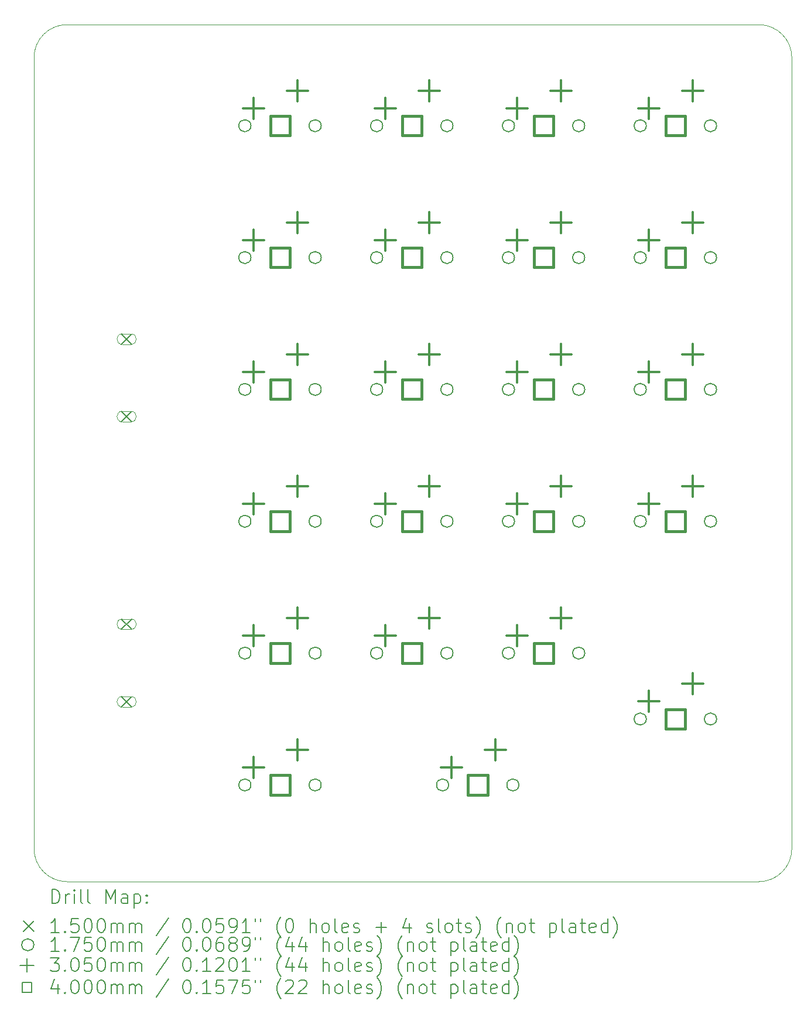
<source format=gbr>
%TF.GenerationSoftware,KiCad,Pcbnew,8.0.2*%
%TF.CreationDate,2024-06-05T18:53:59-04:00*%
%TF.ProjectId,CSP_macropad_arduino,4353505f-6d61-4637-926f-7061645f6172,rev?*%
%TF.SameCoordinates,Original*%
%TF.FileFunction,Drillmap*%
%TF.FilePolarity,Positive*%
%FSLAX45Y45*%
G04 Gerber Fmt 4.5, Leading zero omitted, Abs format (unit mm)*
G04 Created by KiCad (PCBNEW 8.0.2) date 2024-06-05 18:53:59*
%MOMM*%
%LPD*%
G01*
G04 APERTURE LIST*
%ADD10C,0.050000*%
%ADD11C,0.200000*%
%ADD12C,0.150000*%
%ADD13C,0.100000*%
%ADD14C,0.175000*%
%ADD15C,0.305000*%
%ADD16C,0.400000*%
G04 APERTURE END LIST*
D10*
X15974575Y-13814875D02*
G75*
G02*
X15498200Y-14291250I-476375J0D01*
G01*
X15974575Y-2381875D02*
X15974575Y-13814875D01*
X5494125Y-1905500D02*
X15498200Y-1905500D01*
X5017750Y-2381875D02*
G75*
G02*
X5494125Y-1905500I476375J0D01*
G01*
X5017750Y-13814875D02*
X5017750Y-2381875D01*
X15498200Y-1905500D02*
G75*
G02*
X15974580Y-2381875I10J-476370D01*
G01*
X5494125Y-14291250D02*
G75*
G02*
X5017750Y-13814875I0J476375D01*
G01*
X15498200Y-14291250D02*
X5494125Y-14291250D01*
D11*
D12*
X6282008Y-6374250D02*
X6432008Y-6524250D01*
X6432008Y-6374250D02*
X6282008Y-6524250D01*
D13*
X6292008Y-6524250D02*
X6422008Y-6524250D01*
X6422008Y-6374250D02*
G75*
G02*
X6422008Y-6524250I0J-75000D01*
G01*
X6422008Y-6374250D02*
X6292008Y-6374250D01*
X6292008Y-6374250D02*
G75*
G03*
X6292008Y-6524250I0J-75000D01*
G01*
D12*
X6282008Y-7494250D02*
X6432008Y-7644250D01*
X6432008Y-7494250D02*
X6282008Y-7644250D01*
D13*
X6292008Y-7644250D02*
X6422008Y-7644250D01*
X6422008Y-7494250D02*
G75*
G02*
X6422008Y-7644250I0J-75000D01*
G01*
X6422008Y-7494250D02*
X6292008Y-7494250D01*
X6292008Y-7494250D02*
G75*
G03*
X6292008Y-7644250I0J-75000D01*
G01*
D12*
X6282008Y-10495250D02*
X6432008Y-10645250D01*
X6432008Y-10495250D02*
X6282008Y-10645250D01*
D13*
X6292008Y-10645250D02*
X6422008Y-10645250D01*
X6422008Y-10495250D02*
G75*
G02*
X6422008Y-10645250I0J-75000D01*
G01*
X6422008Y-10495250D02*
X6292008Y-10495250D01*
X6292008Y-10495250D02*
G75*
G03*
X6292008Y-10645250I0J-75000D01*
G01*
D12*
X6282008Y-11615250D02*
X6432008Y-11765250D01*
X6432008Y-11615250D02*
X6282008Y-11765250D01*
D13*
X6292008Y-11765250D02*
X6422008Y-11765250D01*
X6422008Y-11615250D02*
G75*
G02*
X6422008Y-11765250I0J-75000D01*
G01*
X6422008Y-11615250D02*
X6292008Y-11615250D01*
X6292008Y-11615250D02*
G75*
G03*
X6292008Y-11765250I0J-75000D01*
G01*
D14*
X8154250Y-3366250D02*
G75*
G02*
X7979250Y-3366250I-87500J0D01*
G01*
X7979250Y-3366250D02*
G75*
G02*
X8154250Y-3366250I87500J0D01*
G01*
X8154250Y-5271750D02*
G75*
G02*
X7979250Y-5271750I-87500J0D01*
G01*
X7979250Y-5271750D02*
G75*
G02*
X8154250Y-5271750I87500J0D01*
G01*
X8154250Y-7177250D02*
G75*
G02*
X7979250Y-7177250I-87500J0D01*
G01*
X7979250Y-7177250D02*
G75*
G02*
X8154250Y-7177250I87500J0D01*
G01*
X8154250Y-9082750D02*
G75*
G02*
X7979250Y-9082750I-87500J0D01*
G01*
X7979250Y-9082750D02*
G75*
G02*
X8154250Y-9082750I87500J0D01*
G01*
X8154250Y-10988250D02*
G75*
G02*
X7979250Y-10988250I-87500J0D01*
G01*
X7979250Y-10988250D02*
G75*
G02*
X8154250Y-10988250I87500J0D01*
G01*
X8154250Y-12893750D02*
G75*
G02*
X7979250Y-12893750I-87500J0D01*
G01*
X7979250Y-12893750D02*
G75*
G02*
X8154250Y-12893750I87500J0D01*
G01*
X9170250Y-3366250D02*
G75*
G02*
X8995250Y-3366250I-87500J0D01*
G01*
X8995250Y-3366250D02*
G75*
G02*
X9170250Y-3366250I87500J0D01*
G01*
X9170250Y-5271750D02*
G75*
G02*
X8995250Y-5271750I-87500J0D01*
G01*
X8995250Y-5271750D02*
G75*
G02*
X9170250Y-5271750I87500J0D01*
G01*
X9170250Y-7177250D02*
G75*
G02*
X8995250Y-7177250I-87500J0D01*
G01*
X8995250Y-7177250D02*
G75*
G02*
X9170250Y-7177250I87500J0D01*
G01*
X9170250Y-9082750D02*
G75*
G02*
X8995250Y-9082750I-87500J0D01*
G01*
X8995250Y-9082750D02*
G75*
G02*
X9170250Y-9082750I87500J0D01*
G01*
X9170250Y-10988250D02*
G75*
G02*
X8995250Y-10988250I-87500J0D01*
G01*
X8995250Y-10988250D02*
G75*
G02*
X9170250Y-10988250I87500J0D01*
G01*
X9170250Y-12893750D02*
G75*
G02*
X8995250Y-12893750I-87500J0D01*
G01*
X8995250Y-12893750D02*
G75*
G02*
X9170250Y-12893750I87500J0D01*
G01*
X10059750Y-3366250D02*
G75*
G02*
X9884750Y-3366250I-87500J0D01*
G01*
X9884750Y-3366250D02*
G75*
G02*
X10059750Y-3366250I87500J0D01*
G01*
X10059750Y-5271750D02*
G75*
G02*
X9884750Y-5271750I-87500J0D01*
G01*
X9884750Y-5271750D02*
G75*
G02*
X10059750Y-5271750I87500J0D01*
G01*
X10059750Y-7177250D02*
G75*
G02*
X9884750Y-7177250I-87500J0D01*
G01*
X9884750Y-7177250D02*
G75*
G02*
X10059750Y-7177250I87500J0D01*
G01*
X10059750Y-9082750D02*
G75*
G02*
X9884750Y-9082750I-87500J0D01*
G01*
X9884750Y-9082750D02*
G75*
G02*
X10059750Y-9082750I87500J0D01*
G01*
X10059750Y-10988250D02*
G75*
G02*
X9884750Y-10988250I-87500J0D01*
G01*
X9884750Y-10988250D02*
G75*
G02*
X10059750Y-10988250I87500J0D01*
G01*
X11012500Y-12893750D02*
G75*
G02*
X10837500Y-12893750I-87500J0D01*
G01*
X10837500Y-12893750D02*
G75*
G02*
X11012500Y-12893750I87500J0D01*
G01*
X11075750Y-3366250D02*
G75*
G02*
X10900750Y-3366250I-87500J0D01*
G01*
X10900750Y-3366250D02*
G75*
G02*
X11075750Y-3366250I87500J0D01*
G01*
X11075750Y-5271750D02*
G75*
G02*
X10900750Y-5271750I-87500J0D01*
G01*
X10900750Y-5271750D02*
G75*
G02*
X11075750Y-5271750I87500J0D01*
G01*
X11075750Y-7177250D02*
G75*
G02*
X10900750Y-7177250I-87500J0D01*
G01*
X10900750Y-7177250D02*
G75*
G02*
X11075750Y-7177250I87500J0D01*
G01*
X11075750Y-9082750D02*
G75*
G02*
X10900750Y-9082750I-87500J0D01*
G01*
X10900750Y-9082750D02*
G75*
G02*
X11075750Y-9082750I87500J0D01*
G01*
X11075750Y-10988250D02*
G75*
G02*
X10900750Y-10988250I-87500J0D01*
G01*
X10900750Y-10988250D02*
G75*
G02*
X11075750Y-10988250I87500J0D01*
G01*
X11965250Y-3366250D02*
G75*
G02*
X11790250Y-3366250I-87500J0D01*
G01*
X11790250Y-3366250D02*
G75*
G02*
X11965250Y-3366250I87500J0D01*
G01*
X11965250Y-5271750D02*
G75*
G02*
X11790250Y-5271750I-87500J0D01*
G01*
X11790250Y-5271750D02*
G75*
G02*
X11965250Y-5271750I87500J0D01*
G01*
X11965250Y-7177250D02*
G75*
G02*
X11790250Y-7177250I-87500J0D01*
G01*
X11790250Y-7177250D02*
G75*
G02*
X11965250Y-7177250I87500J0D01*
G01*
X11965250Y-9082750D02*
G75*
G02*
X11790250Y-9082750I-87500J0D01*
G01*
X11790250Y-9082750D02*
G75*
G02*
X11965250Y-9082750I87500J0D01*
G01*
X11965250Y-10988250D02*
G75*
G02*
X11790250Y-10988250I-87500J0D01*
G01*
X11790250Y-10988250D02*
G75*
G02*
X11965250Y-10988250I87500J0D01*
G01*
X12028500Y-12893750D02*
G75*
G02*
X11853500Y-12893750I-87500J0D01*
G01*
X11853500Y-12893750D02*
G75*
G02*
X12028500Y-12893750I87500J0D01*
G01*
X12981250Y-3366250D02*
G75*
G02*
X12806250Y-3366250I-87500J0D01*
G01*
X12806250Y-3366250D02*
G75*
G02*
X12981250Y-3366250I87500J0D01*
G01*
X12981250Y-5271750D02*
G75*
G02*
X12806250Y-5271750I-87500J0D01*
G01*
X12806250Y-5271750D02*
G75*
G02*
X12981250Y-5271750I87500J0D01*
G01*
X12981250Y-7177250D02*
G75*
G02*
X12806250Y-7177250I-87500J0D01*
G01*
X12806250Y-7177250D02*
G75*
G02*
X12981250Y-7177250I87500J0D01*
G01*
X12981250Y-9082750D02*
G75*
G02*
X12806250Y-9082750I-87500J0D01*
G01*
X12806250Y-9082750D02*
G75*
G02*
X12981250Y-9082750I87500J0D01*
G01*
X12981250Y-10988250D02*
G75*
G02*
X12806250Y-10988250I-87500J0D01*
G01*
X12806250Y-10988250D02*
G75*
G02*
X12981250Y-10988250I87500J0D01*
G01*
X13870750Y-3366250D02*
G75*
G02*
X13695750Y-3366250I-87500J0D01*
G01*
X13695750Y-3366250D02*
G75*
G02*
X13870750Y-3366250I87500J0D01*
G01*
X13870750Y-5271750D02*
G75*
G02*
X13695750Y-5271750I-87500J0D01*
G01*
X13695750Y-5271750D02*
G75*
G02*
X13870750Y-5271750I87500J0D01*
G01*
X13870750Y-7177250D02*
G75*
G02*
X13695750Y-7177250I-87500J0D01*
G01*
X13695750Y-7177250D02*
G75*
G02*
X13870750Y-7177250I87500J0D01*
G01*
X13870750Y-9082750D02*
G75*
G02*
X13695750Y-9082750I-87500J0D01*
G01*
X13695750Y-9082750D02*
G75*
G02*
X13870750Y-9082750I87500J0D01*
G01*
X13870750Y-11941000D02*
G75*
G02*
X13695750Y-11941000I-87500J0D01*
G01*
X13695750Y-11941000D02*
G75*
G02*
X13870750Y-11941000I87500J0D01*
G01*
X14886750Y-3366250D02*
G75*
G02*
X14711750Y-3366250I-87500J0D01*
G01*
X14711750Y-3366250D02*
G75*
G02*
X14886750Y-3366250I87500J0D01*
G01*
X14886750Y-5271750D02*
G75*
G02*
X14711750Y-5271750I-87500J0D01*
G01*
X14711750Y-5271750D02*
G75*
G02*
X14886750Y-5271750I87500J0D01*
G01*
X14886750Y-7177250D02*
G75*
G02*
X14711750Y-7177250I-87500J0D01*
G01*
X14711750Y-7177250D02*
G75*
G02*
X14886750Y-7177250I87500J0D01*
G01*
X14886750Y-9082750D02*
G75*
G02*
X14711750Y-9082750I-87500J0D01*
G01*
X14711750Y-9082750D02*
G75*
G02*
X14886750Y-9082750I87500J0D01*
G01*
X14886750Y-11941000D02*
G75*
G02*
X14711750Y-11941000I-87500J0D01*
G01*
X14711750Y-11941000D02*
G75*
G02*
X14886750Y-11941000I87500J0D01*
G01*
D15*
X8193750Y-2959750D02*
X8193750Y-3264750D01*
X8041250Y-3112250D02*
X8346250Y-3112250D01*
X8193750Y-4865250D02*
X8193750Y-5170250D01*
X8041250Y-5017750D02*
X8346250Y-5017750D01*
X8193750Y-6770750D02*
X8193750Y-7075750D01*
X8041250Y-6923250D02*
X8346250Y-6923250D01*
X8193750Y-8676250D02*
X8193750Y-8981250D01*
X8041250Y-8828750D02*
X8346250Y-8828750D01*
X8193750Y-10581750D02*
X8193750Y-10886750D01*
X8041250Y-10734250D02*
X8346250Y-10734250D01*
X8193750Y-12487250D02*
X8193750Y-12792250D01*
X8041250Y-12639750D02*
X8346250Y-12639750D01*
X8828750Y-2705750D02*
X8828750Y-3010750D01*
X8676250Y-2858250D02*
X8981250Y-2858250D01*
X8828750Y-4611250D02*
X8828750Y-4916250D01*
X8676250Y-4763750D02*
X8981250Y-4763750D01*
X8828750Y-6516750D02*
X8828750Y-6821750D01*
X8676250Y-6669250D02*
X8981250Y-6669250D01*
X8828750Y-8422250D02*
X8828750Y-8727250D01*
X8676250Y-8574750D02*
X8981250Y-8574750D01*
X8828750Y-10327750D02*
X8828750Y-10632750D01*
X8676250Y-10480250D02*
X8981250Y-10480250D01*
X8828750Y-12233250D02*
X8828750Y-12538250D01*
X8676250Y-12385750D02*
X8981250Y-12385750D01*
X10099250Y-2959750D02*
X10099250Y-3264750D01*
X9946750Y-3112250D02*
X10251750Y-3112250D01*
X10099250Y-4865250D02*
X10099250Y-5170250D01*
X9946750Y-5017750D02*
X10251750Y-5017750D01*
X10099250Y-6770750D02*
X10099250Y-7075750D01*
X9946750Y-6923250D02*
X10251750Y-6923250D01*
X10099250Y-8676250D02*
X10099250Y-8981250D01*
X9946750Y-8828750D02*
X10251750Y-8828750D01*
X10099250Y-10581750D02*
X10099250Y-10886750D01*
X9946750Y-10734250D02*
X10251750Y-10734250D01*
X10734250Y-2705750D02*
X10734250Y-3010750D01*
X10581750Y-2858250D02*
X10886750Y-2858250D01*
X10734250Y-4611250D02*
X10734250Y-4916250D01*
X10581750Y-4763750D02*
X10886750Y-4763750D01*
X10734250Y-6516750D02*
X10734250Y-6821750D01*
X10581750Y-6669250D02*
X10886750Y-6669250D01*
X10734250Y-8422250D02*
X10734250Y-8727250D01*
X10581750Y-8574750D02*
X10886750Y-8574750D01*
X10734250Y-10327750D02*
X10734250Y-10632750D01*
X10581750Y-10480250D02*
X10886750Y-10480250D01*
X11052000Y-12487250D02*
X11052000Y-12792250D01*
X10899500Y-12639750D02*
X11204500Y-12639750D01*
X11687000Y-12233250D02*
X11687000Y-12538250D01*
X11534500Y-12385750D02*
X11839500Y-12385750D01*
X12004750Y-2959750D02*
X12004750Y-3264750D01*
X11852250Y-3112250D02*
X12157250Y-3112250D01*
X12004750Y-4865250D02*
X12004750Y-5170250D01*
X11852250Y-5017750D02*
X12157250Y-5017750D01*
X12004750Y-6770750D02*
X12004750Y-7075750D01*
X11852250Y-6923250D02*
X12157250Y-6923250D01*
X12004750Y-8676250D02*
X12004750Y-8981250D01*
X11852250Y-8828750D02*
X12157250Y-8828750D01*
X12004750Y-10581750D02*
X12004750Y-10886750D01*
X11852250Y-10734250D02*
X12157250Y-10734250D01*
X12639750Y-2705750D02*
X12639750Y-3010750D01*
X12487250Y-2858250D02*
X12792250Y-2858250D01*
X12639750Y-4611250D02*
X12639750Y-4916250D01*
X12487250Y-4763750D02*
X12792250Y-4763750D01*
X12639750Y-6516750D02*
X12639750Y-6821750D01*
X12487250Y-6669250D02*
X12792250Y-6669250D01*
X12639750Y-8422250D02*
X12639750Y-8727250D01*
X12487250Y-8574750D02*
X12792250Y-8574750D01*
X12639750Y-10327750D02*
X12639750Y-10632750D01*
X12487250Y-10480250D02*
X12792250Y-10480250D01*
X13910250Y-2959750D02*
X13910250Y-3264750D01*
X13757750Y-3112250D02*
X14062750Y-3112250D01*
X13910250Y-4865250D02*
X13910250Y-5170250D01*
X13757750Y-5017750D02*
X14062750Y-5017750D01*
X13910250Y-6770750D02*
X13910250Y-7075750D01*
X13757750Y-6923250D02*
X14062750Y-6923250D01*
X13910250Y-8676250D02*
X13910250Y-8981250D01*
X13757750Y-8828750D02*
X14062750Y-8828750D01*
X13910250Y-11534500D02*
X13910250Y-11839500D01*
X13757750Y-11687000D02*
X14062750Y-11687000D01*
X14545250Y-2705750D02*
X14545250Y-3010750D01*
X14392750Y-2858250D02*
X14697750Y-2858250D01*
X14545250Y-4611250D02*
X14545250Y-4916250D01*
X14392750Y-4763750D02*
X14697750Y-4763750D01*
X14545250Y-6516750D02*
X14545250Y-6821750D01*
X14392750Y-6669250D02*
X14697750Y-6669250D01*
X14545250Y-8422250D02*
X14545250Y-8727250D01*
X14392750Y-8574750D02*
X14697750Y-8574750D01*
X14545250Y-11280500D02*
X14545250Y-11585500D01*
X14392750Y-11433000D02*
X14697750Y-11433000D01*
D16*
X8716173Y-3507673D02*
X8716173Y-3224827D01*
X8433327Y-3224827D01*
X8433327Y-3507673D01*
X8716173Y-3507673D01*
X8716173Y-5413173D02*
X8716173Y-5130327D01*
X8433327Y-5130327D01*
X8433327Y-5413173D01*
X8716173Y-5413173D01*
X8716173Y-7318673D02*
X8716173Y-7035827D01*
X8433327Y-7035827D01*
X8433327Y-7318673D01*
X8716173Y-7318673D01*
X8716173Y-9224173D02*
X8716173Y-8941327D01*
X8433327Y-8941327D01*
X8433327Y-9224173D01*
X8716173Y-9224173D01*
X8716173Y-11129673D02*
X8716173Y-10846827D01*
X8433327Y-10846827D01*
X8433327Y-11129673D01*
X8716173Y-11129673D01*
X8716173Y-13035173D02*
X8716173Y-12752327D01*
X8433327Y-12752327D01*
X8433327Y-13035173D01*
X8716173Y-13035173D01*
X10621673Y-3507673D02*
X10621673Y-3224827D01*
X10338827Y-3224827D01*
X10338827Y-3507673D01*
X10621673Y-3507673D01*
X10621673Y-5413173D02*
X10621673Y-5130327D01*
X10338827Y-5130327D01*
X10338827Y-5413173D01*
X10621673Y-5413173D01*
X10621673Y-7318673D02*
X10621673Y-7035827D01*
X10338827Y-7035827D01*
X10338827Y-7318673D01*
X10621673Y-7318673D01*
X10621673Y-9224173D02*
X10621673Y-8941327D01*
X10338827Y-8941327D01*
X10338827Y-9224173D01*
X10621673Y-9224173D01*
X10621673Y-11129673D02*
X10621673Y-10846827D01*
X10338827Y-10846827D01*
X10338827Y-11129673D01*
X10621673Y-11129673D01*
X11574423Y-13035173D02*
X11574423Y-12752327D01*
X11291577Y-12752327D01*
X11291577Y-13035173D01*
X11574423Y-13035173D01*
X12527173Y-3507673D02*
X12527173Y-3224827D01*
X12244327Y-3224827D01*
X12244327Y-3507673D01*
X12527173Y-3507673D01*
X12527173Y-5413173D02*
X12527173Y-5130327D01*
X12244327Y-5130327D01*
X12244327Y-5413173D01*
X12527173Y-5413173D01*
X12527173Y-7318673D02*
X12527173Y-7035827D01*
X12244327Y-7035827D01*
X12244327Y-7318673D01*
X12527173Y-7318673D01*
X12527173Y-9224173D02*
X12527173Y-8941327D01*
X12244327Y-8941327D01*
X12244327Y-9224173D01*
X12527173Y-9224173D01*
X12527173Y-11129673D02*
X12527173Y-10846827D01*
X12244327Y-10846827D01*
X12244327Y-11129673D01*
X12527173Y-11129673D01*
X14432673Y-3507673D02*
X14432673Y-3224827D01*
X14149827Y-3224827D01*
X14149827Y-3507673D01*
X14432673Y-3507673D01*
X14432673Y-5413173D02*
X14432673Y-5130327D01*
X14149827Y-5130327D01*
X14149827Y-5413173D01*
X14432673Y-5413173D01*
X14432673Y-7318673D02*
X14432673Y-7035827D01*
X14149827Y-7035827D01*
X14149827Y-7318673D01*
X14432673Y-7318673D01*
X14432673Y-9224173D02*
X14432673Y-8941327D01*
X14149827Y-8941327D01*
X14149827Y-9224173D01*
X14432673Y-9224173D01*
X14432673Y-12082423D02*
X14432673Y-11799577D01*
X14149827Y-11799577D01*
X14149827Y-12082423D01*
X14432673Y-12082423D01*
D11*
X5276027Y-14605234D02*
X5276027Y-14405234D01*
X5276027Y-14405234D02*
X5323646Y-14405234D01*
X5323646Y-14405234D02*
X5352217Y-14414758D01*
X5352217Y-14414758D02*
X5371265Y-14433805D01*
X5371265Y-14433805D02*
X5380789Y-14452853D01*
X5380789Y-14452853D02*
X5390313Y-14490948D01*
X5390313Y-14490948D02*
X5390313Y-14519519D01*
X5390313Y-14519519D02*
X5380789Y-14557615D01*
X5380789Y-14557615D02*
X5371265Y-14576662D01*
X5371265Y-14576662D02*
X5352217Y-14595710D01*
X5352217Y-14595710D02*
X5323646Y-14605234D01*
X5323646Y-14605234D02*
X5276027Y-14605234D01*
X5476027Y-14605234D02*
X5476027Y-14471900D01*
X5476027Y-14509996D02*
X5485551Y-14490948D01*
X5485551Y-14490948D02*
X5495074Y-14481424D01*
X5495074Y-14481424D02*
X5514122Y-14471900D01*
X5514122Y-14471900D02*
X5533170Y-14471900D01*
X5599836Y-14605234D02*
X5599836Y-14471900D01*
X5599836Y-14405234D02*
X5590313Y-14414758D01*
X5590313Y-14414758D02*
X5599836Y-14424281D01*
X5599836Y-14424281D02*
X5609360Y-14414758D01*
X5609360Y-14414758D02*
X5599836Y-14405234D01*
X5599836Y-14405234D02*
X5599836Y-14424281D01*
X5723646Y-14605234D02*
X5704598Y-14595710D01*
X5704598Y-14595710D02*
X5695074Y-14576662D01*
X5695074Y-14576662D02*
X5695074Y-14405234D01*
X5828408Y-14605234D02*
X5809360Y-14595710D01*
X5809360Y-14595710D02*
X5799836Y-14576662D01*
X5799836Y-14576662D02*
X5799836Y-14405234D01*
X6056979Y-14605234D02*
X6056979Y-14405234D01*
X6056979Y-14405234D02*
X6123646Y-14548091D01*
X6123646Y-14548091D02*
X6190312Y-14405234D01*
X6190312Y-14405234D02*
X6190312Y-14605234D01*
X6371265Y-14605234D02*
X6371265Y-14500472D01*
X6371265Y-14500472D02*
X6361741Y-14481424D01*
X6361741Y-14481424D02*
X6342693Y-14471900D01*
X6342693Y-14471900D02*
X6304598Y-14471900D01*
X6304598Y-14471900D02*
X6285551Y-14481424D01*
X6371265Y-14595710D02*
X6352217Y-14605234D01*
X6352217Y-14605234D02*
X6304598Y-14605234D01*
X6304598Y-14605234D02*
X6285551Y-14595710D01*
X6285551Y-14595710D02*
X6276027Y-14576662D01*
X6276027Y-14576662D02*
X6276027Y-14557615D01*
X6276027Y-14557615D02*
X6285551Y-14538567D01*
X6285551Y-14538567D02*
X6304598Y-14529043D01*
X6304598Y-14529043D02*
X6352217Y-14529043D01*
X6352217Y-14529043D02*
X6371265Y-14519519D01*
X6466503Y-14471900D02*
X6466503Y-14671900D01*
X6466503Y-14481424D02*
X6485551Y-14471900D01*
X6485551Y-14471900D02*
X6523646Y-14471900D01*
X6523646Y-14471900D02*
X6542693Y-14481424D01*
X6542693Y-14481424D02*
X6552217Y-14490948D01*
X6552217Y-14490948D02*
X6561741Y-14509996D01*
X6561741Y-14509996D02*
X6561741Y-14567138D01*
X6561741Y-14567138D02*
X6552217Y-14586186D01*
X6552217Y-14586186D02*
X6542693Y-14595710D01*
X6542693Y-14595710D02*
X6523646Y-14605234D01*
X6523646Y-14605234D02*
X6485551Y-14605234D01*
X6485551Y-14605234D02*
X6466503Y-14595710D01*
X6647455Y-14586186D02*
X6656979Y-14595710D01*
X6656979Y-14595710D02*
X6647455Y-14605234D01*
X6647455Y-14605234D02*
X6637932Y-14595710D01*
X6637932Y-14595710D02*
X6647455Y-14586186D01*
X6647455Y-14586186D02*
X6647455Y-14605234D01*
X6647455Y-14481424D02*
X6656979Y-14490948D01*
X6656979Y-14490948D02*
X6647455Y-14500472D01*
X6647455Y-14500472D02*
X6637932Y-14490948D01*
X6637932Y-14490948D02*
X6647455Y-14481424D01*
X6647455Y-14481424D02*
X6647455Y-14500472D01*
D12*
X4865250Y-14858750D02*
X5015250Y-15008750D01*
X5015250Y-14858750D02*
X4865250Y-15008750D01*
D11*
X5380789Y-15025234D02*
X5266503Y-15025234D01*
X5323646Y-15025234D02*
X5323646Y-14825234D01*
X5323646Y-14825234D02*
X5304598Y-14853805D01*
X5304598Y-14853805D02*
X5285551Y-14872853D01*
X5285551Y-14872853D02*
X5266503Y-14882377D01*
X5466503Y-15006186D02*
X5476027Y-15015710D01*
X5476027Y-15015710D02*
X5466503Y-15025234D01*
X5466503Y-15025234D02*
X5456979Y-15015710D01*
X5456979Y-15015710D02*
X5466503Y-15006186D01*
X5466503Y-15006186D02*
X5466503Y-15025234D01*
X5656979Y-14825234D02*
X5561741Y-14825234D01*
X5561741Y-14825234D02*
X5552217Y-14920472D01*
X5552217Y-14920472D02*
X5561741Y-14910948D01*
X5561741Y-14910948D02*
X5580789Y-14901424D01*
X5580789Y-14901424D02*
X5628408Y-14901424D01*
X5628408Y-14901424D02*
X5647455Y-14910948D01*
X5647455Y-14910948D02*
X5656979Y-14920472D01*
X5656979Y-14920472D02*
X5666503Y-14939519D01*
X5666503Y-14939519D02*
X5666503Y-14987138D01*
X5666503Y-14987138D02*
X5656979Y-15006186D01*
X5656979Y-15006186D02*
X5647455Y-15015710D01*
X5647455Y-15015710D02*
X5628408Y-15025234D01*
X5628408Y-15025234D02*
X5580789Y-15025234D01*
X5580789Y-15025234D02*
X5561741Y-15015710D01*
X5561741Y-15015710D02*
X5552217Y-15006186D01*
X5790312Y-14825234D02*
X5809360Y-14825234D01*
X5809360Y-14825234D02*
X5828408Y-14834758D01*
X5828408Y-14834758D02*
X5837932Y-14844281D01*
X5837932Y-14844281D02*
X5847455Y-14863329D01*
X5847455Y-14863329D02*
X5856979Y-14901424D01*
X5856979Y-14901424D02*
X5856979Y-14949043D01*
X5856979Y-14949043D02*
X5847455Y-14987138D01*
X5847455Y-14987138D02*
X5837932Y-15006186D01*
X5837932Y-15006186D02*
X5828408Y-15015710D01*
X5828408Y-15015710D02*
X5809360Y-15025234D01*
X5809360Y-15025234D02*
X5790312Y-15025234D01*
X5790312Y-15025234D02*
X5771265Y-15015710D01*
X5771265Y-15015710D02*
X5761741Y-15006186D01*
X5761741Y-15006186D02*
X5752217Y-14987138D01*
X5752217Y-14987138D02*
X5742693Y-14949043D01*
X5742693Y-14949043D02*
X5742693Y-14901424D01*
X5742693Y-14901424D02*
X5752217Y-14863329D01*
X5752217Y-14863329D02*
X5761741Y-14844281D01*
X5761741Y-14844281D02*
X5771265Y-14834758D01*
X5771265Y-14834758D02*
X5790312Y-14825234D01*
X5980789Y-14825234D02*
X5999836Y-14825234D01*
X5999836Y-14825234D02*
X6018884Y-14834758D01*
X6018884Y-14834758D02*
X6028408Y-14844281D01*
X6028408Y-14844281D02*
X6037932Y-14863329D01*
X6037932Y-14863329D02*
X6047455Y-14901424D01*
X6047455Y-14901424D02*
X6047455Y-14949043D01*
X6047455Y-14949043D02*
X6037932Y-14987138D01*
X6037932Y-14987138D02*
X6028408Y-15006186D01*
X6028408Y-15006186D02*
X6018884Y-15015710D01*
X6018884Y-15015710D02*
X5999836Y-15025234D01*
X5999836Y-15025234D02*
X5980789Y-15025234D01*
X5980789Y-15025234D02*
X5961741Y-15015710D01*
X5961741Y-15015710D02*
X5952217Y-15006186D01*
X5952217Y-15006186D02*
X5942693Y-14987138D01*
X5942693Y-14987138D02*
X5933170Y-14949043D01*
X5933170Y-14949043D02*
X5933170Y-14901424D01*
X5933170Y-14901424D02*
X5942693Y-14863329D01*
X5942693Y-14863329D02*
X5952217Y-14844281D01*
X5952217Y-14844281D02*
X5961741Y-14834758D01*
X5961741Y-14834758D02*
X5980789Y-14825234D01*
X6133170Y-15025234D02*
X6133170Y-14891900D01*
X6133170Y-14910948D02*
X6142693Y-14901424D01*
X6142693Y-14901424D02*
X6161741Y-14891900D01*
X6161741Y-14891900D02*
X6190313Y-14891900D01*
X6190313Y-14891900D02*
X6209360Y-14901424D01*
X6209360Y-14901424D02*
X6218884Y-14920472D01*
X6218884Y-14920472D02*
X6218884Y-15025234D01*
X6218884Y-14920472D02*
X6228408Y-14901424D01*
X6228408Y-14901424D02*
X6247455Y-14891900D01*
X6247455Y-14891900D02*
X6276027Y-14891900D01*
X6276027Y-14891900D02*
X6295074Y-14901424D01*
X6295074Y-14901424D02*
X6304598Y-14920472D01*
X6304598Y-14920472D02*
X6304598Y-15025234D01*
X6399836Y-15025234D02*
X6399836Y-14891900D01*
X6399836Y-14910948D02*
X6409360Y-14901424D01*
X6409360Y-14901424D02*
X6428408Y-14891900D01*
X6428408Y-14891900D02*
X6456979Y-14891900D01*
X6456979Y-14891900D02*
X6476027Y-14901424D01*
X6476027Y-14901424D02*
X6485551Y-14920472D01*
X6485551Y-14920472D02*
X6485551Y-15025234D01*
X6485551Y-14920472D02*
X6495074Y-14901424D01*
X6495074Y-14901424D02*
X6514122Y-14891900D01*
X6514122Y-14891900D02*
X6542693Y-14891900D01*
X6542693Y-14891900D02*
X6561741Y-14901424D01*
X6561741Y-14901424D02*
X6571265Y-14920472D01*
X6571265Y-14920472D02*
X6571265Y-15025234D01*
X6961741Y-14815710D02*
X6790313Y-15072853D01*
X7218884Y-14825234D02*
X7237932Y-14825234D01*
X7237932Y-14825234D02*
X7256979Y-14834758D01*
X7256979Y-14834758D02*
X7266503Y-14844281D01*
X7266503Y-14844281D02*
X7276027Y-14863329D01*
X7276027Y-14863329D02*
X7285551Y-14901424D01*
X7285551Y-14901424D02*
X7285551Y-14949043D01*
X7285551Y-14949043D02*
X7276027Y-14987138D01*
X7276027Y-14987138D02*
X7266503Y-15006186D01*
X7266503Y-15006186D02*
X7256979Y-15015710D01*
X7256979Y-15015710D02*
X7237932Y-15025234D01*
X7237932Y-15025234D02*
X7218884Y-15025234D01*
X7218884Y-15025234D02*
X7199836Y-15015710D01*
X7199836Y-15015710D02*
X7190313Y-15006186D01*
X7190313Y-15006186D02*
X7180789Y-14987138D01*
X7180789Y-14987138D02*
X7171265Y-14949043D01*
X7171265Y-14949043D02*
X7171265Y-14901424D01*
X7171265Y-14901424D02*
X7180789Y-14863329D01*
X7180789Y-14863329D02*
X7190313Y-14844281D01*
X7190313Y-14844281D02*
X7199836Y-14834758D01*
X7199836Y-14834758D02*
X7218884Y-14825234D01*
X7371265Y-15006186D02*
X7380789Y-15015710D01*
X7380789Y-15015710D02*
X7371265Y-15025234D01*
X7371265Y-15025234D02*
X7361741Y-15015710D01*
X7361741Y-15015710D02*
X7371265Y-15006186D01*
X7371265Y-15006186D02*
X7371265Y-15025234D01*
X7504598Y-14825234D02*
X7523646Y-14825234D01*
X7523646Y-14825234D02*
X7542694Y-14834758D01*
X7542694Y-14834758D02*
X7552217Y-14844281D01*
X7552217Y-14844281D02*
X7561741Y-14863329D01*
X7561741Y-14863329D02*
X7571265Y-14901424D01*
X7571265Y-14901424D02*
X7571265Y-14949043D01*
X7571265Y-14949043D02*
X7561741Y-14987138D01*
X7561741Y-14987138D02*
X7552217Y-15006186D01*
X7552217Y-15006186D02*
X7542694Y-15015710D01*
X7542694Y-15015710D02*
X7523646Y-15025234D01*
X7523646Y-15025234D02*
X7504598Y-15025234D01*
X7504598Y-15025234D02*
X7485551Y-15015710D01*
X7485551Y-15015710D02*
X7476027Y-15006186D01*
X7476027Y-15006186D02*
X7466503Y-14987138D01*
X7466503Y-14987138D02*
X7456979Y-14949043D01*
X7456979Y-14949043D02*
X7456979Y-14901424D01*
X7456979Y-14901424D02*
X7466503Y-14863329D01*
X7466503Y-14863329D02*
X7476027Y-14844281D01*
X7476027Y-14844281D02*
X7485551Y-14834758D01*
X7485551Y-14834758D02*
X7504598Y-14825234D01*
X7752217Y-14825234D02*
X7656979Y-14825234D01*
X7656979Y-14825234D02*
X7647456Y-14920472D01*
X7647456Y-14920472D02*
X7656979Y-14910948D01*
X7656979Y-14910948D02*
X7676027Y-14901424D01*
X7676027Y-14901424D02*
X7723646Y-14901424D01*
X7723646Y-14901424D02*
X7742694Y-14910948D01*
X7742694Y-14910948D02*
X7752217Y-14920472D01*
X7752217Y-14920472D02*
X7761741Y-14939519D01*
X7761741Y-14939519D02*
X7761741Y-14987138D01*
X7761741Y-14987138D02*
X7752217Y-15006186D01*
X7752217Y-15006186D02*
X7742694Y-15015710D01*
X7742694Y-15015710D02*
X7723646Y-15025234D01*
X7723646Y-15025234D02*
X7676027Y-15025234D01*
X7676027Y-15025234D02*
X7656979Y-15015710D01*
X7656979Y-15015710D02*
X7647456Y-15006186D01*
X7856979Y-15025234D02*
X7895075Y-15025234D01*
X7895075Y-15025234D02*
X7914122Y-15015710D01*
X7914122Y-15015710D02*
X7923646Y-15006186D01*
X7923646Y-15006186D02*
X7942694Y-14977615D01*
X7942694Y-14977615D02*
X7952217Y-14939519D01*
X7952217Y-14939519D02*
X7952217Y-14863329D01*
X7952217Y-14863329D02*
X7942694Y-14844281D01*
X7942694Y-14844281D02*
X7933170Y-14834758D01*
X7933170Y-14834758D02*
X7914122Y-14825234D01*
X7914122Y-14825234D02*
X7876027Y-14825234D01*
X7876027Y-14825234D02*
X7856979Y-14834758D01*
X7856979Y-14834758D02*
X7847456Y-14844281D01*
X7847456Y-14844281D02*
X7837932Y-14863329D01*
X7837932Y-14863329D02*
X7837932Y-14910948D01*
X7837932Y-14910948D02*
X7847456Y-14929996D01*
X7847456Y-14929996D02*
X7856979Y-14939519D01*
X7856979Y-14939519D02*
X7876027Y-14949043D01*
X7876027Y-14949043D02*
X7914122Y-14949043D01*
X7914122Y-14949043D02*
X7933170Y-14939519D01*
X7933170Y-14939519D02*
X7942694Y-14929996D01*
X7942694Y-14929996D02*
X7952217Y-14910948D01*
X8142694Y-15025234D02*
X8028408Y-15025234D01*
X8085551Y-15025234D02*
X8085551Y-14825234D01*
X8085551Y-14825234D02*
X8066503Y-14853805D01*
X8066503Y-14853805D02*
X8047456Y-14872853D01*
X8047456Y-14872853D02*
X8028408Y-14882377D01*
X8218884Y-14825234D02*
X8218884Y-14863329D01*
X8295075Y-14825234D02*
X8295075Y-14863329D01*
X8590313Y-15101424D02*
X8580789Y-15091900D01*
X8580789Y-15091900D02*
X8561741Y-15063329D01*
X8561741Y-15063329D02*
X8552218Y-15044281D01*
X8552218Y-15044281D02*
X8542694Y-15015710D01*
X8542694Y-15015710D02*
X8533170Y-14968091D01*
X8533170Y-14968091D02*
X8533170Y-14929996D01*
X8533170Y-14929996D02*
X8542694Y-14882377D01*
X8542694Y-14882377D02*
X8552218Y-14853805D01*
X8552218Y-14853805D02*
X8561741Y-14834758D01*
X8561741Y-14834758D02*
X8580789Y-14806186D01*
X8580789Y-14806186D02*
X8590313Y-14796662D01*
X8704599Y-14825234D02*
X8723646Y-14825234D01*
X8723646Y-14825234D02*
X8742694Y-14834758D01*
X8742694Y-14834758D02*
X8752218Y-14844281D01*
X8752218Y-14844281D02*
X8761741Y-14863329D01*
X8761741Y-14863329D02*
X8771265Y-14901424D01*
X8771265Y-14901424D02*
X8771265Y-14949043D01*
X8771265Y-14949043D02*
X8761741Y-14987138D01*
X8761741Y-14987138D02*
X8752218Y-15006186D01*
X8752218Y-15006186D02*
X8742694Y-15015710D01*
X8742694Y-15015710D02*
X8723646Y-15025234D01*
X8723646Y-15025234D02*
X8704599Y-15025234D01*
X8704599Y-15025234D02*
X8685551Y-15015710D01*
X8685551Y-15015710D02*
X8676027Y-15006186D01*
X8676027Y-15006186D02*
X8666503Y-14987138D01*
X8666503Y-14987138D02*
X8656980Y-14949043D01*
X8656980Y-14949043D02*
X8656980Y-14901424D01*
X8656980Y-14901424D02*
X8666503Y-14863329D01*
X8666503Y-14863329D02*
X8676027Y-14844281D01*
X8676027Y-14844281D02*
X8685551Y-14834758D01*
X8685551Y-14834758D02*
X8704599Y-14825234D01*
X9009361Y-15025234D02*
X9009361Y-14825234D01*
X9095075Y-15025234D02*
X9095075Y-14920472D01*
X9095075Y-14920472D02*
X9085551Y-14901424D01*
X9085551Y-14901424D02*
X9066503Y-14891900D01*
X9066503Y-14891900D02*
X9037932Y-14891900D01*
X9037932Y-14891900D02*
X9018884Y-14901424D01*
X9018884Y-14901424D02*
X9009361Y-14910948D01*
X9218884Y-15025234D02*
X9199837Y-15015710D01*
X9199837Y-15015710D02*
X9190313Y-15006186D01*
X9190313Y-15006186D02*
X9180789Y-14987138D01*
X9180789Y-14987138D02*
X9180789Y-14929996D01*
X9180789Y-14929996D02*
X9190313Y-14910948D01*
X9190313Y-14910948D02*
X9199837Y-14901424D01*
X9199837Y-14901424D02*
X9218884Y-14891900D01*
X9218884Y-14891900D02*
X9247456Y-14891900D01*
X9247456Y-14891900D02*
X9266503Y-14901424D01*
X9266503Y-14901424D02*
X9276027Y-14910948D01*
X9276027Y-14910948D02*
X9285551Y-14929996D01*
X9285551Y-14929996D02*
X9285551Y-14987138D01*
X9285551Y-14987138D02*
X9276027Y-15006186D01*
X9276027Y-15006186D02*
X9266503Y-15015710D01*
X9266503Y-15015710D02*
X9247456Y-15025234D01*
X9247456Y-15025234D02*
X9218884Y-15025234D01*
X9399837Y-15025234D02*
X9380789Y-15015710D01*
X9380789Y-15015710D02*
X9371265Y-14996662D01*
X9371265Y-14996662D02*
X9371265Y-14825234D01*
X9552218Y-15015710D02*
X9533170Y-15025234D01*
X9533170Y-15025234D02*
X9495075Y-15025234D01*
X9495075Y-15025234D02*
X9476027Y-15015710D01*
X9476027Y-15015710D02*
X9466503Y-14996662D01*
X9466503Y-14996662D02*
X9466503Y-14920472D01*
X9466503Y-14920472D02*
X9476027Y-14901424D01*
X9476027Y-14901424D02*
X9495075Y-14891900D01*
X9495075Y-14891900D02*
X9533170Y-14891900D01*
X9533170Y-14891900D02*
X9552218Y-14901424D01*
X9552218Y-14901424D02*
X9561742Y-14920472D01*
X9561742Y-14920472D02*
X9561742Y-14939519D01*
X9561742Y-14939519D02*
X9466503Y-14958567D01*
X9637932Y-15015710D02*
X9656980Y-15025234D01*
X9656980Y-15025234D02*
X9695075Y-15025234D01*
X9695075Y-15025234D02*
X9714123Y-15015710D01*
X9714123Y-15015710D02*
X9723646Y-14996662D01*
X9723646Y-14996662D02*
X9723646Y-14987138D01*
X9723646Y-14987138D02*
X9714123Y-14968091D01*
X9714123Y-14968091D02*
X9695075Y-14958567D01*
X9695075Y-14958567D02*
X9666503Y-14958567D01*
X9666503Y-14958567D02*
X9647456Y-14949043D01*
X9647456Y-14949043D02*
X9637932Y-14929996D01*
X9637932Y-14929996D02*
X9637932Y-14920472D01*
X9637932Y-14920472D02*
X9647456Y-14901424D01*
X9647456Y-14901424D02*
X9666503Y-14891900D01*
X9666503Y-14891900D02*
X9695075Y-14891900D01*
X9695075Y-14891900D02*
X9714123Y-14901424D01*
X9961742Y-14949043D02*
X10114123Y-14949043D01*
X10037932Y-15025234D02*
X10037932Y-14872853D01*
X10447456Y-14891900D02*
X10447456Y-15025234D01*
X10399837Y-14815710D02*
X10352218Y-14958567D01*
X10352218Y-14958567D02*
X10476027Y-14958567D01*
X10695075Y-15015710D02*
X10714123Y-15025234D01*
X10714123Y-15025234D02*
X10752218Y-15025234D01*
X10752218Y-15025234D02*
X10771266Y-15015710D01*
X10771266Y-15015710D02*
X10780789Y-14996662D01*
X10780789Y-14996662D02*
X10780789Y-14987138D01*
X10780789Y-14987138D02*
X10771266Y-14968091D01*
X10771266Y-14968091D02*
X10752218Y-14958567D01*
X10752218Y-14958567D02*
X10723646Y-14958567D01*
X10723646Y-14958567D02*
X10704599Y-14949043D01*
X10704599Y-14949043D02*
X10695075Y-14929996D01*
X10695075Y-14929996D02*
X10695075Y-14920472D01*
X10695075Y-14920472D02*
X10704599Y-14901424D01*
X10704599Y-14901424D02*
X10723646Y-14891900D01*
X10723646Y-14891900D02*
X10752218Y-14891900D01*
X10752218Y-14891900D02*
X10771266Y-14901424D01*
X10895075Y-15025234D02*
X10876027Y-15015710D01*
X10876027Y-15015710D02*
X10866504Y-14996662D01*
X10866504Y-14996662D02*
X10866504Y-14825234D01*
X10999837Y-15025234D02*
X10980789Y-15015710D01*
X10980789Y-15015710D02*
X10971266Y-15006186D01*
X10971266Y-15006186D02*
X10961742Y-14987138D01*
X10961742Y-14987138D02*
X10961742Y-14929996D01*
X10961742Y-14929996D02*
X10971266Y-14910948D01*
X10971266Y-14910948D02*
X10980789Y-14901424D01*
X10980789Y-14901424D02*
X10999837Y-14891900D01*
X10999837Y-14891900D02*
X11028408Y-14891900D01*
X11028408Y-14891900D02*
X11047456Y-14901424D01*
X11047456Y-14901424D02*
X11056980Y-14910948D01*
X11056980Y-14910948D02*
X11066504Y-14929996D01*
X11066504Y-14929996D02*
X11066504Y-14987138D01*
X11066504Y-14987138D02*
X11056980Y-15006186D01*
X11056980Y-15006186D02*
X11047456Y-15015710D01*
X11047456Y-15015710D02*
X11028408Y-15025234D01*
X11028408Y-15025234D02*
X10999837Y-15025234D01*
X11123647Y-14891900D02*
X11199837Y-14891900D01*
X11152218Y-14825234D02*
X11152218Y-14996662D01*
X11152218Y-14996662D02*
X11161742Y-15015710D01*
X11161742Y-15015710D02*
X11180789Y-15025234D01*
X11180789Y-15025234D02*
X11199837Y-15025234D01*
X11256980Y-15015710D02*
X11276027Y-15025234D01*
X11276027Y-15025234D02*
X11314123Y-15025234D01*
X11314123Y-15025234D02*
X11333170Y-15015710D01*
X11333170Y-15015710D02*
X11342694Y-14996662D01*
X11342694Y-14996662D02*
X11342694Y-14987138D01*
X11342694Y-14987138D02*
X11333170Y-14968091D01*
X11333170Y-14968091D02*
X11314123Y-14958567D01*
X11314123Y-14958567D02*
X11285551Y-14958567D01*
X11285551Y-14958567D02*
X11266504Y-14949043D01*
X11266504Y-14949043D02*
X11256980Y-14929996D01*
X11256980Y-14929996D02*
X11256980Y-14920472D01*
X11256980Y-14920472D02*
X11266504Y-14901424D01*
X11266504Y-14901424D02*
X11285551Y-14891900D01*
X11285551Y-14891900D02*
X11314123Y-14891900D01*
X11314123Y-14891900D02*
X11333170Y-14901424D01*
X11409361Y-15101424D02*
X11418885Y-15091900D01*
X11418885Y-15091900D02*
X11437932Y-15063329D01*
X11437932Y-15063329D02*
X11447456Y-15044281D01*
X11447456Y-15044281D02*
X11456980Y-15015710D01*
X11456980Y-15015710D02*
X11466504Y-14968091D01*
X11466504Y-14968091D02*
X11466504Y-14929996D01*
X11466504Y-14929996D02*
X11456980Y-14882377D01*
X11456980Y-14882377D02*
X11447456Y-14853805D01*
X11447456Y-14853805D02*
X11437932Y-14834758D01*
X11437932Y-14834758D02*
X11418885Y-14806186D01*
X11418885Y-14806186D02*
X11409361Y-14796662D01*
X11771266Y-15101424D02*
X11761742Y-15091900D01*
X11761742Y-15091900D02*
X11742694Y-15063329D01*
X11742694Y-15063329D02*
X11733170Y-15044281D01*
X11733170Y-15044281D02*
X11723646Y-15015710D01*
X11723646Y-15015710D02*
X11714123Y-14968091D01*
X11714123Y-14968091D02*
X11714123Y-14929996D01*
X11714123Y-14929996D02*
X11723646Y-14882377D01*
X11723646Y-14882377D02*
X11733170Y-14853805D01*
X11733170Y-14853805D02*
X11742694Y-14834758D01*
X11742694Y-14834758D02*
X11761742Y-14806186D01*
X11761742Y-14806186D02*
X11771266Y-14796662D01*
X11847456Y-14891900D02*
X11847456Y-15025234D01*
X11847456Y-14910948D02*
X11856980Y-14901424D01*
X11856980Y-14901424D02*
X11876027Y-14891900D01*
X11876027Y-14891900D02*
X11904599Y-14891900D01*
X11904599Y-14891900D02*
X11923646Y-14901424D01*
X11923646Y-14901424D02*
X11933170Y-14920472D01*
X11933170Y-14920472D02*
X11933170Y-15025234D01*
X12056980Y-15025234D02*
X12037932Y-15015710D01*
X12037932Y-15015710D02*
X12028408Y-15006186D01*
X12028408Y-15006186D02*
X12018885Y-14987138D01*
X12018885Y-14987138D02*
X12018885Y-14929996D01*
X12018885Y-14929996D02*
X12028408Y-14910948D01*
X12028408Y-14910948D02*
X12037932Y-14901424D01*
X12037932Y-14901424D02*
X12056980Y-14891900D01*
X12056980Y-14891900D02*
X12085551Y-14891900D01*
X12085551Y-14891900D02*
X12104599Y-14901424D01*
X12104599Y-14901424D02*
X12114123Y-14910948D01*
X12114123Y-14910948D02*
X12123646Y-14929996D01*
X12123646Y-14929996D02*
X12123646Y-14987138D01*
X12123646Y-14987138D02*
X12114123Y-15006186D01*
X12114123Y-15006186D02*
X12104599Y-15015710D01*
X12104599Y-15015710D02*
X12085551Y-15025234D01*
X12085551Y-15025234D02*
X12056980Y-15025234D01*
X12180789Y-14891900D02*
X12256980Y-14891900D01*
X12209361Y-14825234D02*
X12209361Y-14996662D01*
X12209361Y-14996662D02*
X12218885Y-15015710D01*
X12218885Y-15015710D02*
X12237932Y-15025234D01*
X12237932Y-15025234D02*
X12256980Y-15025234D01*
X12476027Y-14891900D02*
X12476027Y-15091900D01*
X12476027Y-14901424D02*
X12495075Y-14891900D01*
X12495075Y-14891900D02*
X12533170Y-14891900D01*
X12533170Y-14891900D02*
X12552218Y-14901424D01*
X12552218Y-14901424D02*
X12561742Y-14910948D01*
X12561742Y-14910948D02*
X12571266Y-14929996D01*
X12571266Y-14929996D02*
X12571266Y-14987138D01*
X12571266Y-14987138D02*
X12561742Y-15006186D01*
X12561742Y-15006186D02*
X12552218Y-15015710D01*
X12552218Y-15015710D02*
X12533170Y-15025234D01*
X12533170Y-15025234D02*
X12495075Y-15025234D01*
X12495075Y-15025234D02*
X12476027Y-15015710D01*
X12685551Y-15025234D02*
X12666504Y-15015710D01*
X12666504Y-15015710D02*
X12656980Y-14996662D01*
X12656980Y-14996662D02*
X12656980Y-14825234D01*
X12847456Y-15025234D02*
X12847456Y-14920472D01*
X12847456Y-14920472D02*
X12837932Y-14901424D01*
X12837932Y-14901424D02*
X12818885Y-14891900D01*
X12818885Y-14891900D02*
X12780789Y-14891900D01*
X12780789Y-14891900D02*
X12761742Y-14901424D01*
X12847456Y-15015710D02*
X12828408Y-15025234D01*
X12828408Y-15025234D02*
X12780789Y-15025234D01*
X12780789Y-15025234D02*
X12761742Y-15015710D01*
X12761742Y-15015710D02*
X12752218Y-14996662D01*
X12752218Y-14996662D02*
X12752218Y-14977615D01*
X12752218Y-14977615D02*
X12761742Y-14958567D01*
X12761742Y-14958567D02*
X12780789Y-14949043D01*
X12780789Y-14949043D02*
X12828408Y-14949043D01*
X12828408Y-14949043D02*
X12847456Y-14939519D01*
X12914123Y-14891900D02*
X12990313Y-14891900D01*
X12942694Y-14825234D02*
X12942694Y-14996662D01*
X12942694Y-14996662D02*
X12952218Y-15015710D01*
X12952218Y-15015710D02*
X12971266Y-15025234D01*
X12971266Y-15025234D02*
X12990313Y-15025234D01*
X13133170Y-15015710D02*
X13114123Y-15025234D01*
X13114123Y-15025234D02*
X13076027Y-15025234D01*
X13076027Y-15025234D02*
X13056980Y-15015710D01*
X13056980Y-15015710D02*
X13047456Y-14996662D01*
X13047456Y-14996662D02*
X13047456Y-14920472D01*
X13047456Y-14920472D02*
X13056980Y-14901424D01*
X13056980Y-14901424D02*
X13076027Y-14891900D01*
X13076027Y-14891900D02*
X13114123Y-14891900D01*
X13114123Y-14891900D02*
X13133170Y-14901424D01*
X13133170Y-14901424D02*
X13142694Y-14920472D01*
X13142694Y-14920472D02*
X13142694Y-14939519D01*
X13142694Y-14939519D02*
X13047456Y-14958567D01*
X13314123Y-15025234D02*
X13314123Y-14825234D01*
X13314123Y-15015710D02*
X13295075Y-15025234D01*
X13295075Y-15025234D02*
X13256980Y-15025234D01*
X13256980Y-15025234D02*
X13237932Y-15015710D01*
X13237932Y-15015710D02*
X13228408Y-15006186D01*
X13228408Y-15006186D02*
X13218885Y-14987138D01*
X13218885Y-14987138D02*
X13218885Y-14929996D01*
X13218885Y-14929996D02*
X13228408Y-14910948D01*
X13228408Y-14910948D02*
X13237932Y-14901424D01*
X13237932Y-14901424D02*
X13256980Y-14891900D01*
X13256980Y-14891900D02*
X13295075Y-14891900D01*
X13295075Y-14891900D02*
X13314123Y-14901424D01*
X13390313Y-15101424D02*
X13399837Y-15091900D01*
X13399837Y-15091900D02*
X13418885Y-15063329D01*
X13418885Y-15063329D02*
X13428408Y-15044281D01*
X13428408Y-15044281D02*
X13437932Y-15015710D01*
X13437932Y-15015710D02*
X13447456Y-14968091D01*
X13447456Y-14968091D02*
X13447456Y-14929996D01*
X13447456Y-14929996D02*
X13437932Y-14882377D01*
X13437932Y-14882377D02*
X13428408Y-14853805D01*
X13428408Y-14853805D02*
X13418885Y-14834758D01*
X13418885Y-14834758D02*
X13399837Y-14806186D01*
X13399837Y-14806186D02*
X13390313Y-14796662D01*
D14*
X5015250Y-15203750D02*
G75*
G02*
X4840250Y-15203750I-87500J0D01*
G01*
X4840250Y-15203750D02*
G75*
G02*
X5015250Y-15203750I87500J0D01*
G01*
D11*
X5380789Y-15295234D02*
X5266503Y-15295234D01*
X5323646Y-15295234D02*
X5323646Y-15095234D01*
X5323646Y-15095234D02*
X5304598Y-15123805D01*
X5304598Y-15123805D02*
X5285551Y-15142853D01*
X5285551Y-15142853D02*
X5266503Y-15152377D01*
X5466503Y-15276186D02*
X5476027Y-15285710D01*
X5476027Y-15285710D02*
X5466503Y-15295234D01*
X5466503Y-15295234D02*
X5456979Y-15285710D01*
X5456979Y-15285710D02*
X5466503Y-15276186D01*
X5466503Y-15276186D02*
X5466503Y-15295234D01*
X5542694Y-15095234D02*
X5676027Y-15095234D01*
X5676027Y-15095234D02*
X5590313Y-15295234D01*
X5847455Y-15095234D02*
X5752217Y-15095234D01*
X5752217Y-15095234D02*
X5742693Y-15190472D01*
X5742693Y-15190472D02*
X5752217Y-15180948D01*
X5752217Y-15180948D02*
X5771265Y-15171424D01*
X5771265Y-15171424D02*
X5818884Y-15171424D01*
X5818884Y-15171424D02*
X5837932Y-15180948D01*
X5837932Y-15180948D02*
X5847455Y-15190472D01*
X5847455Y-15190472D02*
X5856979Y-15209519D01*
X5856979Y-15209519D02*
X5856979Y-15257138D01*
X5856979Y-15257138D02*
X5847455Y-15276186D01*
X5847455Y-15276186D02*
X5837932Y-15285710D01*
X5837932Y-15285710D02*
X5818884Y-15295234D01*
X5818884Y-15295234D02*
X5771265Y-15295234D01*
X5771265Y-15295234D02*
X5752217Y-15285710D01*
X5752217Y-15285710D02*
X5742693Y-15276186D01*
X5980789Y-15095234D02*
X5999836Y-15095234D01*
X5999836Y-15095234D02*
X6018884Y-15104758D01*
X6018884Y-15104758D02*
X6028408Y-15114281D01*
X6028408Y-15114281D02*
X6037932Y-15133329D01*
X6037932Y-15133329D02*
X6047455Y-15171424D01*
X6047455Y-15171424D02*
X6047455Y-15219043D01*
X6047455Y-15219043D02*
X6037932Y-15257138D01*
X6037932Y-15257138D02*
X6028408Y-15276186D01*
X6028408Y-15276186D02*
X6018884Y-15285710D01*
X6018884Y-15285710D02*
X5999836Y-15295234D01*
X5999836Y-15295234D02*
X5980789Y-15295234D01*
X5980789Y-15295234D02*
X5961741Y-15285710D01*
X5961741Y-15285710D02*
X5952217Y-15276186D01*
X5952217Y-15276186D02*
X5942693Y-15257138D01*
X5942693Y-15257138D02*
X5933170Y-15219043D01*
X5933170Y-15219043D02*
X5933170Y-15171424D01*
X5933170Y-15171424D02*
X5942693Y-15133329D01*
X5942693Y-15133329D02*
X5952217Y-15114281D01*
X5952217Y-15114281D02*
X5961741Y-15104758D01*
X5961741Y-15104758D02*
X5980789Y-15095234D01*
X6133170Y-15295234D02*
X6133170Y-15161900D01*
X6133170Y-15180948D02*
X6142693Y-15171424D01*
X6142693Y-15171424D02*
X6161741Y-15161900D01*
X6161741Y-15161900D02*
X6190313Y-15161900D01*
X6190313Y-15161900D02*
X6209360Y-15171424D01*
X6209360Y-15171424D02*
X6218884Y-15190472D01*
X6218884Y-15190472D02*
X6218884Y-15295234D01*
X6218884Y-15190472D02*
X6228408Y-15171424D01*
X6228408Y-15171424D02*
X6247455Y-15161900D01*
X6247455Y-15161900D02*
X6276027Y-15161900D01*
X6276027Y-15161900D02*
X6295074Y-15171424D01*
X6295074Y-15171424D02*
X6304598Y-15190472D01*
X6304598Y-15190472D02*
X6304598Y-15295234D01*
X6399836Y-15295234D02*
X6399836Y-15161900D01*
X6399836Y-15180948D02*
X6409360Y-15171424D01*
X6409360Y-15171424D02*
X6428408Y-15161900D01*
X6428408Y-15161900D02*
X6456979Y-15161900D01*
X6456979Y-15161900D02*
X6476027Y-15171424D01*
X6476027Y-15171424D02*
X6485551Y-15190472D01*
X6485551Y-15190472D02*
X6485551Y-15295234D01*
X6485551Y-15190472D02*
X6495074Y-15171424D01*
X6495074Y-15171424D02*
X6514122Y-15161900D01*
X6514122Y-15161900D02*
X6542693Y-15161900D01*
X6542693Y-15161900D02*
X6561741Y-15171424D01*
X6561741Y-15171424D02*
X6571265Y-15190472D01*
X6571265Y-15190472D02*
X6571265Y-15295234D01*
X6961741Y-15085710D02*
X6790313Y-15342853D01*
X7218884Y-15095234D02*
X7237932Y-15095234D01*
X7237932Y-15095234D02*
X7256979Y-15104758D01*
X7256979Y-15104758D02*
X7266503Y-15114281D01*
X7266503Y-15114281D02*
X7276027Y-15133329D01*
X7276027Y-15133329D02*
X7285551Y-15171424D01*
X7285551Y-15171424D02*
X7285551Y-15219043D01*
X7285551Y-15219043D02*
X7276027Y-15257138D01*
X7276027Y-15257138D02*
X7266503Y-15276186D01*
X7266503Y-15276186D02*
X7256979Y-15285710D01*
X7256979Y-15285710D02*
X7237932Y-15295234D01*
X7237932Y-15295234D02*
X7218884Y-15295234D01*
X7218884Y-15295234D02*
X7199836Y-15285710D01*
X7199836Y-15285710D02*
X7190313Y-15276186D01*
X7190313Y-15276186D02*
X7180789Y-15257138D01*
X7180789Y-15257138D02*
X7171265Y-15219043D01*
X7171265Y-15219043D02*
X7171265Y-15171424D01*
X7171265Y-15171424D02*
X7180789Y-15133329D01*
X7180789Y-15133329D02*
X7190313Y-15114281D01*
X7190313Y-15114281D02*
X7199836Y-15104758D01*
X7199836Y-15104758D02*
X7218884Y-15095234D01*
X7371265Y-15276186D02*
X7380789Y-15285710D01*
X7380789Y-15285710D02*
X7371265Y-15295234D01*
X7371265Y-15295234D02*
X7361741Y-15285710D01*
X7361741Y-15285710D02*
X7371265Y-15276186D01*
X7371265Y-15276186D02*
X7371265Y-15295234D01*
X7504598Y-15095234D02*
X7523646Y-15095234D01*
X7523646Y-15095234D02*
X7542694Y-15104758D01*
X7542694Y-15104758D02*
X7552217Y-15114281D01*
X7552217Y-15114281D02*
X7561741Y-15133329D01*
X7561741Y-15133329D02*
X7571265Y-15171424D01*
X7571265Y-15171424D02*
X7571265Y-15219043D01*
X7571265Y-15219043D02*
X7561741Y-15257138D01*
X7561741Y-15257138D02*
X7552217Y-15276186D01*
X7552217Y-15276186D02*
X7542694Y-15285710D01*
X7542694Y-15285710D02*
X7523646Y-15295234D01*
X7523646Y-15295234D02*
X7504598Y-15295234D01*
X7504598Y-15295234D02*
X7485551Y-15285710D01*
X7485551Y-15285710D02*
X7476027Y-15276186D01*
X7476027Y-15276186D02*
X7466503Y-15257138D01*
X7466503Y-15257138D02*
X7456979Y-15219043D01*
X7456979Y-15219043D02*
X7456979Y-15171424D01*
X7456979Y-15171424D02*
X7466503Y-15133329D01*
X7466503Y-15133329D02*
X7476027Y-15114281D01*
X7476027Y-15114281D02*
X7485551Y-15104758D01*
X7485551Y-15104758D02*
X7504598Y-15095234D01*
X7742694Y-15095234D02*
X7704598Y-15095234D01*
X7704598Y-15095234D02*
X7685551Y-15104758D01*
X7685551Y-15104758D02*
X7676027Y-15114281D01*
X7676027Y-15114281D02*
X7656979Y-15142853D01*
X7656979Y-15142853D02*
X7647456Y-15180948D01*
X7647456Y-15180948D02*
X7647456Y-15257138D01*
X7647456Y-15257138D02*
X7656979Y-15276186D01*
X7656979Y-15276186D02*
X7666503Y-15285710D01*
X7666503Y-15285710D02*
X7685551Y-15295234D01*
X7685551Y-15295234D02*
X7723646Y-15295234D01*
X7723646Y-15295234D02*
X7742694Y-15285710D01*
X7742694Y-15285710D02*
X7752217Y-15276186D01*
X7752217Y-15276186D02*
X7761741Y-15257138D01*
X7761741Y-15257138D02*
X7761741Y-15209519D01*
X7761741Y-15209519D02*
X7752217Y-15190472D01*
X7752217Y-15190472D02*
X7742694Y-15180948D01*
X7742694Y-15180948D02*
X7723646Y-15171424D01*
X7723646Y-15171424D02*
X7685551Y-15171424D01*
X7685551Y-15171424D02*
X7666503Y-15180948D01*
X7666503Y-15180948D02*
X7656979Y-15190472D01*
X7656979Y-15190472D02*
X7647456Y-15209519D01*
X7876027Y-15180948D02*
X7856979Y-15171424D01*
X7856979Y-15171424D02*
X7847456Y-15161900D01*
X7847456Y-15161900D02*
X7837932Y-15142853D01*
X7837932Y-15142853D02*
X7837932Y-15133329D01*
X7837932Y-15133329D02*
X7847456Y-15114281D01*
X7847456Y-15114281D02*
X7856979Y-15104758D01*
X7856979Y-15104758D02*
X7876027Y-15095234D01*
X7876027Y-15095234D02*
X7914122Y-15095234D01*
X7914122Y-15095234D02*
X7933170Y-15104758D01*
X7933170Y-15104758D02*
X7942694Y-15114281D01*
X7942694Y-15114281D02*
X7952217Y-15133329D01*
X7952217Y-15133329D02*
X7952217Y-15142853D01*
X7952217Y-15142853D02*
X7942694Y-15161900D01*
X7942694Y-15161900D02*
X7933170Y-15171424D01*
X7933170Y-15171424D02*
X7914122Y-15180948D01*
X7914122Y-15180948D02*
X7876027Y-15180948D01*
X7876027Y-15180948D02*
X7856979Y-15190472D01*
X7856979Y-15190472D02*
X7847456Y-15199996D01*
X7847456Y-15199996D02*
X7837932Y-15219043D01*
X7837932Y-15219043D02*
X7837932Y-15257138D01*
X7837932Y-15257138D02*
X7847456Y-15276186D01*
X7847456Y-15276186D02*
X7856979Y-15285710D01*
X7856979Y-15285710D02*
X7876027Y-15295234D01*
X7876027Y-15295234D02*
X7914122Y-15295234D01*
X7914122Y-15295234D02*
X7933170Y-15285710D01*
X7933170Y-15285710D02*
X7942694Y-15276186D01*
X7942694Y-15276186D02*
X7952217Y-15257138D01*
X7952217Y-15257138D02*
X7952217Y-15219043D01*
X7952217Y-15219043D02*
X7942694Y-15199996D01*
X7942694Y-15199996D02*
X7933170Y-15190472D01*
X7933170Y-15190472D02*
X7914122Y-15180948D01*
X8047456Y-15295234D02*
X8085551Y-15295234D01*
X8085551Y-15295234D02*
X8104598Y-15285710D01*
X8104598Y-15285710D02*
X8114122Y-15276186D01*
X8114122Y-15276186D02*
X8133170Y-15247615D01*
X8133170Y-15247615D02*
X8142694Y-15209519D01*
X8142694Y-15209519D02*
X8142694Y-15133329D01*
X8142694Y-15133329D02*
X8133170Y-15114281D01*
X8133170Y-15114281D02*
X8123646Y-15104758D01*
X8123646Y-15104758D02*
X8104598Y-15095234D01*
X8104598Y-15095234D02*
X8066503Y-15095234D01*
X8066503Y-15095234D02*
X8047456Y-15104758D01*
X8047456Y-15104758D02*
X8037932Y-15114281D01*
X8037932Y-15114281D02*
X8028408Y-15133329D01*
X8028408Y-15133329D02*
X8028408Y-15180948D01*
X8028408Y-15180948D02*
X8037932Y-15199996D01*
X8037932Y-15199996D02*
X8047456Y-15209519D01*
X8047456Y-15209519D02*
X8066503Y-15219043D01*
X8066503Y-15219043D02*
X8104598Y-15219043D01*
X8104598Y-15219043D02*
X8123646Y-15209519D01*
X8123646Y-15209519D02*
X8133170Y-15199996D01*
X8133170Y-15199996D02*
X8142694Y-15180948D01*
X8218884Y-15095234D02*
X8218884Y-15133329D01*
X8295075Y-15095234D02*
X8295075Y-15133329D01*
X8590313Y-15371424D02*
X8580789Y-15361900D01*
X8580789Y-15361900D02*
X8561741Y-15333329D01*
X8561741Y-15333329D02*
X8552218Y-15314281D01*
X8552218Y-15314281D02*
X8542694Y-15285710D01*
X8542694Y-15285710D02*
X8533170Y-15238091D01*
X8533170Y-15238091D02*
X8533170Y-15199996D01*
X8533170Y-15199996D02*
X8542694Y-15152377D01*
X8542694Y-15152377D02*
X8552218Y-15123805D01*
X8552218Y-15123805D02*
X8561741Y-15104758D01*
X8561741Y-15104758D02*
X8580789Y-15076186D01*
X8580789Y-15076186D02*
X8590313Y-15066662D01*
X8752218Y-15161900D02*
X8752218Y-15295234D01*
X8704599Y-15085710D02*
X8656980Y-15228567D01*
X8656980Y-15228567D02*
X8780789Y-15228567D01*
X8942694Y-15161900D02*
X8942694Y-15295234D01*
X8895075Y-15085710D02*
X8847456Y-15228567D01*
X8847456Y-15228567D02*
X8971265Y-15228567D01*
X9199837Y-15295234D02*
X9199837Y-15095234D01*
X9285551Y-15295234D02*
X9285551Y-15190472D01*
X9285551Y-15190472D02*
X9276027Y-15171424D01*
X9276027Y-15171424D02*
X9256980Y-15161900D01*
X9256980Y-15161900D02*
X9228408Y-15161900D01*
X9228408Y-15161900D02*
X9209361Y-15171424D01*
X9209361Y-15171424D02*
X9199837Y-15180948D01*
X9409361Y-15295234D02*
X9390313Y-15285710D01*
X9390313Y-15285710D02*
X9380789Y-15276186D01*
X9380789Y-15276186D02*
X9371265Y-15257138D01*
X9371265Y-15257138D02*
X9371265Y-15199996D01*
X9371265Y-15199996D02*
X9380789Y-15180948D01*
X9380789Y-15180948D02*
X9390313Y-15171424D01*
X9390313Y-15171424D02*
X9409361Y-15161900D01*
X9409361Y-15161900D02*
X9437932Y-15161900D01*
X9437932Y-15161900D02*
X9456980Y-15171424D01*
X9456980Y-15171424D02*
X9466503Y-15180948D01*
X9466503Y-15180948D02*
X9476027Y-15199996D01*
X9476027Y-15199996D02*
X9476027Y-15257138D01*
X9476027Y-15257138D02*
X9466503Y-15276186D01*
X9466503Y-15276186D02*
X9456980Y-15285710D01*
X9456980Y-15285710D02*
X9437932Y-15295234D01*
X9437932Y-15295234D02*
X9409361Y-15295234D01*
X9590313Y-15295234D02*
X9571265Y-15285710D01*
X9571265Y-15285710D02*
X9561742Y-15266662D01*
X9561742Y-15266662D02*
X9561742Y-15095234D01*
X9742694Y-15285710D02*
X9723646Y-15295234D01*
X9723646Y-15295234D02*
X9685551Y-15295234D01*
X9685551Y-15295234D02*
X9666503Y-15285710D01*
X9666503Y-15285710D02*
X9656980Y-15266662D01*
X9656980Y-15266662D02*
X9656980Y-15190472D01*
X9656980Y-15190472D02*
X9666503Y-15171424D01*
X9666503Y-15171424D02*
X9685551Y-15161900D01*
X9685551Y-15161900D02*
X9723646Y-15161900D01*
X9723646Y-15161900D02*
X9742694Y-15171424D01*
X9742694Y-15171424D02*
X9752218Y-15190472D01*
X9752218Y-15190472D02*
X9752218Y-15209519D01*
X9752218Y-15209519D02*
X9656980Y-15228567D01*
X9828408Y-15285710D02*
X9847456Y-15295234D01*
X9847456Y-15295234D02*
X9885551Y-15295234D01*
X9885551Y-15295234D02*
X9904599Y-15285710D01*
X9904599Y-15285710D02*
X9914123Y-15266662D01*
X9914123Y-15266662D02*
X9914123Y-15257138D01*
X9914123Y-15257138D02*
X9904599Y-15238091D01*
X9904599Y-15238091D02*
X9885551Y-15228567D01*
X9885551Y-15228567D02*
X9856980Y-15228567D01*
X9856980Y-15228567D02*
X9837932Y-15219043D01*
X9837932Y-15219043D02*
X9828408Y-15199996D01*
X9828408Y-15199996D02*
X9828408Y-15190472D01*
X9828408Y-15190472D02*
X9837932Y-15171424D01*
X9837932Y-15171424D02*
X9856980Y-15161900D01*
X9856980Y-15161900D02*
X9885551Y-15161900D01*
X9885551Y-15161900D02*
X9904599Y-15171424D01*
X9980789Y-15371424D02*
X9990313Y-15361900D01*
X9990313Y-15361900D02*
X10009361Y-15333329D01*
X10009361Y-15333329D02*
X10018884Y-15314281D01*
X10018884Y-15314281D02*
X10028408Y-15285710D01*
X10028408Y-15285710D02*
X10037932Y-15238091D01*
X10037932Y-15238091D02*
X10037932Y-15199996D01*
X10037932Y-15199996D02*
X10028408Y-15152377D01*
X10028408Y-15152377D02*
X10018884Y-15123805D01*
X10018884Y-15123805D02*
X10009361Y-15104758D01*
X10009361Y-15104758D02*
X9990313Y-15076186D01*
X9990313Y-15076186D02*
X9980789Y-15066662D01*
X10342694Y-15371424D02*
X10333170Y-15361900D01*
X10333170Y-15361900D02*
X10314123Y-15333329D01*
X10314123Y-15333329D02*
X10304599Y-15314281D01*
X10304599Y-15314281D02*
X10295075Y-15285710D01*
X10295075Y-15285710D02*
X10285551Y-15238091D01*
X10285551Y-15238091D02*
X10285551Y-15199996D01*
X10285551Y-15199996D02*
X10295075Y-15152377D01*
X10295075Y-15152377D02*
X10304599Y-15123805D01*
X10304599Y-15123805D02*
X10314123Y-15104758D01*
X10314123Y-15104758D02*
X10333170Y-15076186D01*
X10333170Y-15076186D02*
X10342694Y-15066662D01*
X10418884Y-15161900D02*
X10418884Y-15295234D01*
X10418884Y-15180948D02*
X10428408Y-15171424D01*
X10428408Y-15171424D02*
X10447456Y-15161900D01*
X10447456Y-15161900D02*
X10476027Y-15161900D01*
X10476027Y-15161900D02*
X10495075Y-15171424D01*
X10495075Y-15171424D02*
X10504599Y-15190472D01*
X10504599Y-15190472D02*
X10504599Y-15295234D01*
X10628408Y-15295234D02*
X10609361Y-15285710D01*
X10609361Y-15285710D02*
X10599837Y-15276186D01*
X10599837Y-15276186D02*
X10590313Y-15257138D01*
X10590313Y-15257138D02*
X10590313Y-15199996D01*
X10590313Y-15199996D02*
X10599837Y-15180948D01*
X10599837Y-15180948D02*
X10609361Y-15171424D01*
X10609361Y-15171424D02*
X10628408Y-15161900D01*
X10628408Y-15161900D02*
X10656980Y-15161900D01*
X10656980Y-15161900D02*
X10676027Y-15171424D01*
X10676027Y-15171424D02*
X10685551Y-15180948D01*
X10685551Y-15180948D02*
X10695075Y-15199996D01*
X10695075Y-15199996D02*
X10695075Y-15257138D01*
X10695075Y-15257138D02*
X10685551Y-15276186D01*
X10685551Y-15276186D02*
X10676027Y-15285710D01*
X10676027Y-15285710D02*
X10656980Y-15295234D01*
X10656980Y-15295234D02*
X10628408Y-15295234D01*
X10752218Y-15161900D02*
X10828408Y-15161900D01*
X10780789Y-15095234D02*
X10780789Y-15266662D01*
X10780789Y-15266662D02*
X10790313Y-15285710D01*
X10790313Y-15285710D02*
X10809361Y-15295234D01*
X10809361Y-15295234D02*
X10828408Y-15295234D01*
X11047456Y-15161900D02*
X11047456Y-15361900D01*
X11047456Y-15171424D02*
X11066504Y-15161900D01*
X11066504Y-15161900D02*
X11104599Y-15161900D01*
X11104599Y-15161900D02*
X11123646Y-15171424D01*
X11123646Y-15171424D02*
X11133170Y-15180948D01*
X11133170Y-15180948D02*
X11142694Y-15199996D01*
X11142694Y-15199996D02*
X11142694Y-15257138D01*
X11142694Y-15257138D02*
X11133170Y-15276186D01*
X11133170Y-15276186D02*
X11123646Y-15285710D01*
X11123646Y-15285710D02*
X11104599Y-15295234D01*
X11104599Y-15295234D02*
X11066504Y-15295234D01*
X11066504Y-15295234D02*
X11047456Y-15285710D01*
X11256980Y-15295234D02*
X11237932Y-15285710D01*
X11237932Y-15285710D02*
X11228408Y-15266662D01*
X11228408Y-15266662D02*
X11228408Y-15095234D01*
X11418884Y-15295234D02*
X11418884Y-15190472D01*
X11418884Y-15190472D02*
X11409361Y-15171424D01*
X11409361Y-15171424D02*
X11390313Y-15161900D01*
X11390313Y-15161900D02*
X11352218Y-15161900D01*
X11352218Y-15161900D02*
X11333170Y-15171424D01*
X11418884Y-15285710D02*
X11399837Y-15295234D01*
X11399837Y-15295234D02*
X11352218Y-15295234D01*
X11352218Y-15295234D02*
X11333170Y-15285710D01*
X11333170Y-15285710D02*
X11323646Y-15266662D01*
X11323646Y-15266662D02*
X11323646Y-15247615D01*
X11323646Y-15247615D02*
X11333170Y-15228567D01*
X11333170Y-15228567D02*
X11352218Y-15219043D01*
X11352218Y-15219043D02*
X11399837Y-15219043D01*
X11399837Y-15219043D02*
X11418884Y-15209519D01*
X11485551Y-15161900D02*
X11561742Y-15161900D01*
X11514123Y-15095234D02*
X11514123Y-15266662D01*
X11514123Y-15266662D02*
X11523646Y-15285710D01*
X11523646Y-15285710D02*
X11542694Y-15295234D01*
X11542694Y-15295234D02*
X11561742Y-15295234D01*
X11704599Y-15285710D02*
X11685551Y-15295234D01*
X11685551Y-15295234D02*
X11647456Y-15295234D01*
X11647456Y-15295234D02*
X11628408Y-15285710D01*
X11628408Y-15285710D02*
X11618884Y-15266662D01*
X11618884Y-15266662D02*
X11618884Y-15190472D01*
X11618884Y-15190472D02*
X11628408Y-15171424D01*
X11628408Y-15171424D02*
X11647456Y-15161900D01*
X11647456Y-15161900D02*
X11685551Y-15161900D01*
X11685551Y-15161900D02*
X11704599Y-15171424D01*
X11704599Y-15171424D02*
X11714123Y-15190472D01*
X11714123Y-15190472D02*
X11714123Y-15209519D01*
X11714123Y-15209519D02*
X11618884Y-15228567D01*
X11885551Y-15295234D02*
X11885551Y-15095234D01*
X11885551Y-15285710D02*
X11866504Y-15295234D01*
X11866504Y-15295234D02*
X11828408Y-15295234D01*
X11828408Y-15295234D02*
X11809361Y-15285710D01*
X11809361Y-15285710D02*
X11799837Y-15276186D01*
X11799837Y-15276186D02*
X11790313Y-15257138D01*
X11790313Y-15257138D02*
X11790313Y-15199996D01*
X11790313Y-15199996D02*
X11799837Y-15180948D01*
X11799837Y-15180948D02*
X11809361Y-15171424D01*
X11809361Y-15171424D02*
X11828408Y-15161900D01*
X11828408Y-15161900D02*
X11866504Y-15161900D01*
X11866504Y-15161900D02*
X11885551Y-15171424D01*
X11961742Y-15371424D02*
X11971265Y-15361900D01*
X11971265Y-15361900D02*
X11990313Y-15333329D01*
X11990313Y-15333329D02*
X11999837Y-15314281D01*
X11999837Y-15314281D02*
X12009361Y-15285710D01*
X12009361Y-15285710D02*
X12018884Y-15238091D01*
X12018884Y-15238091D02*
X12018884Y-15199996D01*
X12018884Y-15199996D02*
X12009361Y-15152377D01*
X12009361Y-15152377D02*
X11999837Y-15123805D01*
X11999837Y-15123805D02*
X11990313Y-15104758D01*
X11990313Y-15104758D02*
X11971265Y-15076186D01*
X11971265Y-15076186D02*
X11961742Y-15066662D01*
X4915250Y-15398750D02*
X4915250Y-15598750D01*
X4815250Y-15498750D02*
X5015250Y-15498750D01*
X5256979Y-15390234D02*
X5380789Y-15390234D01*
X5380789Y-15390234D02*
X5314122Y-15466424D01*
X5314122Y-15466424D02*
X5342694Y-15466424D01*
X5342694Y-15466424D02*
X5361741Y-15475948D01*
X5361741Y-15475948D02*
X5371265Y-15485472D01*
X5371265Y-15485472D02*
X5380789Y-15504519D01*
X5380789Y-15504519D02*
X5380789Y-15552138D01*
X5380789Y-15552138D02*
X5371265Y-15571186D01*
X5371265Y-15571186D02*
X5361741Y-15580710D01*
X5361741Y-15580710D02*
X5342694Y-15590234D01*
X5342694Y-15590234D02*
X5285551Y-15590234D01*
X5285551Y-15590234D02*
X5266503Y-15580710D01*
X5266503Y-15580710D02*
X5256979Y-15571186D01*
X5466503Y-15571186D02*
X5476027Y-15580710D01*
X5476027Y-15580710D02*
X5466503Y-15590234D01*
X5466503Y-15590234D02*
X5456979Y-15580710D01*
X5456979Y-15580710D02*
X5466503Y-15571186D01*
X5466503Y-15571186D02*
X5466503Y-15590234D01*
X5599836Y-15390234D02*
X5618884Y-15390234D01*
X5618884Y-15390234D02*
X5637932Y-15399758D01*
X5637932Y-15399758D02*
X5647455Y-15409281D01*
X5647455Y-15409281D02*
X5656979Y-15428329D01*
X5656979Y-15428329D02*
X5666503Y-15466424D01*
X5666503Y-15466424D02*
X5666503Y-15514043D01*
X5666503Y-15514043D02*
X5656979Y-15552138D01*
X5656979Y-15552138D02*
X5647455Y-15571186D01*
X5647455Y-15571186D02*
X5637932Y-15580710D01*
X5637932Y-15580710D02*
X5618884Y-15590234D01*
X5618884Y-15590234D02*
X5599836Y-15590234D01*
X5599836Y-15590234D02*
X5580789Y-15580710D01*
X5580789Y-15580710D02*
X5571265Y-15571186D01*
X5571265Y-15571186D02*
X5561741Y-15552138D01*
X5561741Y-15552138D02*
X5552217Y-15514043D01*
X5552217Y-15514043D02*
X5552217Y-15466424D01*
X5552217Y-15466424D02*
X5561741Y-15428329D01*
X5561741Y-15428329D02*
X5571265Y-15409281D01*
X5571265Y-15409281D02*
X5580789Y-15399758D01*
X5580789Y-15399758D02*
X5599836Y-15390234D01*
X5847455Y-15390234D02*
X5752217Y-15390234D01*
X5752217Y-15390234D02*
X5742693Y-15485472D01*
X5742693Y-15485472D02*
X5752217Y-15475948D01*
X5752217Y-15475948D02*
X5771265Y-15466424D01*
X5771265Y-15466424D02*
X5818884Y-15466424D01*
X5818884Y-15466424D02*
X5837932Y-15475948D01*
X5837932Y-15475948D02*
X5847455Y-15485472D01*
X5847455Y-15485472D02*
X5856979Y-15504519D01*
X5856979Y-15504519D02*
X5856979Y-15552138D01*
X5856979Y-15552138D02*
X5847455Y-15571186D01*
X5847455Y-15571186D02*
X5837932Y-15580710D01*
X5837932Y-15580710D02*
X5818884Y-15590234D01*
X5818884Y-15590234D02*
X5771265Y-15590234D01*
X5771265Y-15590234D02*
X5752217Y-15580710D01*
X5752217Y-15580710D02*
X5742693Y-15571186D01*
X5980789Y-15390234D02*
X5999836Y-15390234D01*
X5999836Y-15390234D02*
X6018884Y-15399758D01*
X6018884Y-15399758D02*
X6028408Y-15409281D01*
X6028408Y-15409281D02*
X6037932Y-15428329D01*
X6037932Y-15428329D02*
X6047455Y-15466424D01*
X6047455Y-15466424D02*
X6047455Y-15514043D01*
X6047455Y-15514043D02*
X6037932Y-15552138D01*
X6037932Y-15552138D02*
X6028408Y-15571186D01*
X6028408Y-15571186D02*
X6018884Y-15580710D01*
X6018884Y-15580710D02*
X5999836Y-15590234D01*
X5999836Y-15590234D02*
X5980789Y-15590234D01*
X5980789Y-15590234D02*
X5961741Y-15580710D01*
X5961741Y-15580710D02*
X5952217Y-15571186D01*
X5952217Y-15571186D02*
X5942693Y-15552138D01*
X5942693Y-15552138D02*
X5933170Y-15514043D01*
X5933170Y-15514043D02*
X5933170Y-15466424D01*
X5933170Y-15466424D02*
X5942693Y-15428329D01*
X5942693Y-15428329D02*
X5952217Y-15409281D01*
X5952217Y-15409281D02*
X5961741Y-15399758D01*
X5961741Y-15399758D02*
X5980789Y-15390234D01*
X6133170Y-15590234D02*
X6133170Y-15456900D01*
X6133170Y-15475948D02*
X6142693Y-15466424D01*
X6142693Y-15466424D02*
X6161741Y-15456900D01*
X6161741Y-15456900D02*
X6190313Y-15456900D01*
X6190313Y-15456900D02*
X6209360Y-15466424D01*
X6209360Y-15466424D02*
X6218884Y-15485472D01*
X6218884Y-15485472D02*
X6218884Y-15590234D01*
X6218884Y-15485472D02*
X6228408Y-15466424D01*
X6228408Y-15466424D02*
X6247455Y-15456900D01*
X6247455Y-15456900D02*
X6276027Y-15456900D01*
X6276027Y-15456900D02*
X6295074Y-15466424D01*
X6295074Y-15466424D02*
X6304598Y-15485472D01*
X6304598Y-15485472D02*
X6304598Y-15590234D01*
X6399836Y-15590234D02*
X6399836Y-15456900D01*
X6399836Y-15475948D02*
X6409360Y-15466424D01*
X6409360Y-15466424D02*
X6428408Y-15456900D01*
X6428408Y-15456900D02*
X6456979Y-15456900D01*
X6456979Y-15456900D02*
X6476027Y-15466424D01*
X6476027Y-15466424D02*
X6485551Y-15485472D01*
X6485551Y-15485472D02*
X6485551Y-15590234D01*
X6485551Y-15485472D02*
X6495074Y-15466424D01*
X6495074Y-15466424D02*
X6514122Y-15456900D01*
X6514122Y-15456900D02*
X6542693Y-15456900D01*
X6542693Y-15456900D02*
X6561741Y-15466424D01*
X6561741Y-15466424D02*
X6571265Y-15485472D01*
X6571265Y-15485472D02*
X6571265Y-15590234D01*
X6961741Y-15380710D02*
X6790313Y-15637853D01*
X7218884Y-15390234D02*
X7237932Y-15390234D01*
X7237932Y-15390234D02*
X7256979Y-15399758D01*
X7256979Y-15399758D02*
X7266503Y-15409281D01*
X7266503Y-15409281D02*
X7276027Y-15428329D01*
X7276027Y-15428329D02*
X7285551Y-15466424D01*
X7285551Y-15466424D02*
X7285551Y-15514043D01*
X7285551Y-15514043D02*
X7276027Y-15552138D01*
X7276027Y-15552138D02*
X7266503Y-15571186D01*
X7266503Y-15571186D02*
X7256979Y-15580710D01*
X7256979Y-15580710D02*
X7237932Y-15590234D01*
X7237932Y-15590234D02*
X7218884Y-15590234D01*
X7218884Y-15590234D02*
X7199836Y-15580710D01*
X7199836Y-15580710D02*
X7190313Y-15571186D01*
X7190313Y-15571186D02*
X7180789Y-15552138D01*
X7180789Y-15552138D02*
X7171265Y-15514043D01*
X7171265Y-15514043D02*
X7171265Y-15466424D01*
X7171265Y-15466424D02*
X7180789Y-15428329D01*
X7180789Y-15428329D02*
X7190313Y-15409281D01*
X7190313Y-15409281D02*
X7199836Y-15399758D01*
X7199836Y-15399758D02*
X7218884Y-15390234D01*
X7371265Y-15571186D02*
X7380789Y-15580710D01*
X7380789Y-15580710D02*
X7371265Y-15590234D01*
X7371265Y-15590234D02*
X7361741Y-15580710D01*
X7361741Y-15580710D02*
X7371265Y-15571186D01*
X7371265Y-15571186D02*
X7371265Y-15590234D01*
X7571265Y-15590234D02*
X7456979Y-15590234D01*
X7514122Y-15590234D02*
X7514122Y-15390234D01*
X7514122Y-15390234D02*
X7495075Y-15418805D01*
X7495075Y-15418805D02*
X7476027Y-15437853D01*
X7476027Y-15437853D02*
X7456979Y-15447377D01*
X7647456Y-15409281D02*
X7656979Y-15399758D01*
X7656979Y-15399758D02*
X7676027Y-15390234D01*
X7676027Y-15390234D02*
X7723646Y-15390234D01*
X7723646Y-15390234D02*
X7742694Y-15399758D01*
X7742694Y-15399758D02*
X7752217Y-15409281D01*
X7752217Y-15409281D02*
X7761741Y-15428329D01*
X7761741Y-15428329D02*
X7761741Y-15447377D01*
X7761741Y-15447377D02*
X7752217Y-15475948D01*
X7752217Y-15475948D02*
X7637932Y-15590234D01*
X7637932Y-15590234D02*
X7761741Y-15590234D01*
X7885551Y-15390234D02*
X7904598Y-15390234D01*
X7904598Y-15390234D02*
X7923646Y-15399758D01*
X7923646Y-15399758D02*
X7933170Y-15409281D01*
X7933170Y-15409281D02*
X7942694Y-15428329D01*
X7942694Y-15428329D02*
X7952217Y-15466424D01*
X7952217Y-15466424D02*
X7952217Y-15514043D01*
X7952217Y-15514043D02*
X7942694Y-15552138D01*
X7942694Y-15552138D02*
X7933170Y-15571186D01*
X7933170Y-15571186D02*
X7923646Y-15580710D01*
X7923646Y-15580710D02*
X7904598Y-15590234D01*
X7904598Y-15590234D02*
X7885551Y-15590234D01*
X7885551Y-15590234D02*
X7866503Y-15580710D01*
X7866503Y-15580710D02*
X7856979Y-15571186D01*
X7856979Y-15571186D02*
X7847456Y-15552138D01*
X7847456Y-15552138D02*
X7837932Y-15514043D01*
X7837932Y-15514043D02*
X7837932Y-15466424D01*
X7837932Y-15466424D02*
X7847456Y-15428329D01*
X7847456Y-15428329D02*
X7856979Y-15409281D01*
X7856979Y-15409281D02*
X7866503Y-15399758D01*
X7866503Y-15399758D02*
X7885551Y-15390234D01*
X8142694Y-15590234D02*
X8028408Y-15590234D01*
X8085551Y-15590234D02*
X8085551Y-15390234D01*
X8085551Y-15390234D02*
X8066503Y-15418805D01*
X8066503Y-15418805D02*
X8047456Y-15437853D01*
X8047456Y-15437853D02*
X8028408Y-15447377D01*
X8218884Y-15390234D02*
X8218884Y-15428329D01*
X8295075Y-15390234D02*
X8295075Y-15428329D01*
X8590313Y-15666424D02*
X8580789Y-15656900D01*
X8580789Y-15656900D02*
X8561741Y-15628329D01*
X8561741Y-15628329D02*
X8552218Y-15609281D01*
X8552218Y-15609281D02*
X8542694Y-15580710D01*
X8542694Y-15580710D02*
X8533170Y-15533091D01*
X8533170Y-15533091D02*
X8533170Y-15494996D01*
X8533170Y-15494996D02*
X8542694Y-15447377D01*
X8542694Y-15447377D02*
X8552218Y-15418805D01*
X8552218Y-15418805D02*
X8561741Y-15399758D01*
X8561741Y-15399758D02*
X8580789Y-15371186D01*
X8580789Y-15371186D02*
X8590313Y-15361662D01*
X8752218Y-15456900D02*
X8752218Y-15590234D01*
X8704599Y-15380710D02*
X8656980Y-15523567D01*
X8656980Y-15523567D02*
X8780789Y-15523567D01*
X8942694Y-15456900D02*
X8942694Y-15590234D01*
X8895075Y-15380710D02*
X8847456Y-15523567D01*
X8847456Y-15523567D02*
X8971265Y-15523567D01*
X9199837Y-15590234D02*
X9199837Y-15390234D01*
X9285551Y-15590234D02*
X9285551Y-15485472D01*
X9285551Y-15485472D02*
X9276027Y-15466424D01*
X9276027Y-15466424D02*
X9256980Y-15456900D01*
X9256980Y-15456900D02*
X9228408Y-15456900D01*
X9228408Y-15456900D02*
X9209361Y-15466424D01*
X9209361Y-15466424D02*
X9199837Y-15475948D01*
X9409361Y-15590234D02*
X9390313Y-15580710D01*
X9390313Y-15580710D02*
X9380789Y-15571186D01*
X9380789Y-15571186D02*
X9371265Y-15552138D01*
X9371265Y-15552138D02*
X9371265Y-15494996D01*
X9371265Y-15494996D02*
X9380789Y-15475948D01*
X9380789Y-15475948D02*
X9390313Y-15466424D01*
X9390313Y-15466424D02*
X9409361Y-15456900D01*
X9409361Y-15456900D02*
X9437932Y-15456900D01*
X9437932Y-15456900D02*
X9456980Y-15466424D01*
X9456980Y-15466424D02*
X9466503Y-15475948D01*
X9466503Y-15475948D02*
X9476027Y-15494996D01*
X9476027Y-15494996D02*
X9476027Y-15552138D01*
X9476027Y-15552138D02*
X9466503Y-15571186D01*
X9466503Y-15571186D02*
X9456980Y-15580710D01*
X9456980Y-15580710D02*
X9437932Y-15590234D01*
X9437932Y-15590234D02*
X9409361Y-15590234D01*
X9590313Y-15590234D02*
X9571265Y-15580710D01*
X9571265Y-15580710D02*
X9561742Y-15561662D01*
X9561742Y-15561662D02*
X9561742Y-15390234D01*
X9742694Y-15580710D02*
X9723646Y-15590234D01*
X9723646Y-15590234D02*
X9685551Y-15590234D01*
X9685551Y-15590234D02*
X9666503Y-15580710D01*
X9666503Y-15580710D02*
X9656980Y-15561662D01*
X9656980Y-15561662D02*
X9656980Y-15485472D01*
X9656980Y-15485472D02*
X9666503Y-15466424D01*
X9666503Y-15466424D02*
X9685551Y-15456900D01*
X9685551Y-15456900D02*
X9723646Y-15456900D01*
X9723646Y-15456900D02*
X9742694Y-15466424D01*
X9742694Y-15466424D02*
X9752218Y-15485472D01*
X9752218Y-15485472D02*
X9752218Y-15504519D01*
X9752218Y-15504519D02*
X9656980Y-15523567D01*
X9828408Y-15580710D02*
X9847456Y-15590234D01*
X9847456Y-15590234D02*
X9885551Y-15590234D01*
X9885551Y-15590234D02*
X9904599Y-15580710D01*
X9904599Y-15580710D02*
X9914123Y-15561662D01*
X9914123Y-15561662D02*
X9914123Y-15552138D01*
X9914123Y-15552138D02*
X9904599Y-15533091D01*
X9904599Y-15533091D02*
X9885551Y-15523567D01*
X9885551Y-15523567D02*
X9856980Y-15523567D01*
X9856980Y-15523567D02*
X9837932Y-15514043D01*
X9837932Y-15514043D02*
X9828408Y-15494996D01*
X9828408Y-15494996D02*
X9828408Y-15485472D01*
X9828408Y-15485472D02*
X9837932Y-15466424D01*
X9837932Y-15466424D02*
X9856980Y-15456900D01*
X9856980Y-15456900D02*
X9885551Y-15456900D01*
X9885551Y-15456900D02*
X9904599Y-15466424D01*
X9980789Y-15666424D02*
X9990313Y-15656900D01*
X9990313Y-15656900D02*
X10009361Y-15628329D01*
X10009361Y-15628329D02*
X10018884Y-15609281D01*
X10018884Y-15609281D02*
X10028408Y-15580710D01*
X10028408Y-15580710D02*
X10037932Y-15533091D01*
X10037932Y-15533091D02*
X10037932Y-15494996D01*
X10037932Y-15494996D02*
X10028408Y-15447377D01*
X10028408Y-15447377D02*
X10018884Y-15418805D01*
X10018884Y-15418805D02*
X10009361Y-15399758D01*
X10009361Y-15399758D02*
X9990313Y-15371186D01*
X9990313Y-15371186D02*
X9980789Y-15361662D01*
X10342694Y-15666424D02*
X10333170Y-15656900D01*
X10333170Y-15656900D02*
X10314123Y-15628329D01*
X10314123Y-15628329D02*
X10304599Y-15609281D01*
X10304599Y-15609281D02*
X10295075Y-15580710D01*
X10295075Y-15580710D02*
X10285551Y-15533091D01*
X10285551Y-15533091D02*
X10285551Y-15494996D01*
X10285551Y-15494996D02*
X10295075Y-15447377D01*
X10295075Y-15447377D02*
X10304599Y-15418805D01*
X10304599Y-15418805D02*
X10314123Y-15399758D01*
X10314123Y-15399758D02*
X10333170Y-15371186D01*
X10333170Y-15371186D02*
X10342694Y-15361662D01*
X10418884Y-15456900D02*
X10418884Y-15590234D01*
X10418884Y-15475948D02*
X10428408Y-15466424D01*
X10428408Y-15466424D02*
X10447456Y-15456900D01*
X10447456Y-15456900D02*
X10476027Y-15456900D01*
X10476027Y-15456900D02*
X10495075Y-15466424D01*
X10495075Y-15466424D02*
X10504599Y-15485472D01*
X10504599Y-15485472D02*
X10504599Y-15590234D01*
X10628408Y-15590234D02*
X10609361Y-15580710D01*
X10609361Y-15580710D02*
X10599837Y-15571186D01*
X10599837Y-15571186D02*
X10590313Y-15552138D01*
X10590313Y-15552138D02*
X10590313Y-15494996D01*
X10590313Y-15494996D02*
X10599837Y-15475948D01*
X10599837Y-15475948D02*
X10609361Y-15466424D01*
X10609361Y-15466424D02*
X10628408Y-15456900D01*
X10628408Y-15456900D02*
X10656980Y-15456900D01*
X10656980Y-15456900D02*
X10676027Y-15466424D01*
X10676027Y-15466424D02*
X10685551Y-15475948D01*
X10685551Y-15475948D02*
X10695075Y-15494996D01*
X10695075Y-15494996D02*
X10695075Y-15552138D01*
X10695075Y-15552138D02*
X10685551Y-15571186D01*
X10685551Y-15571186D02*
X10676027Y-15580710D01*
X10676027Y-15580710D02*
X10656980Y-15590234D01*
X10656980Y-15590234D02*
X10628408Y-15590234D01*
X10752218Y-15456900D02*
X10828408Y-15456900D01*
X10780789Y-15390234D02*
X10780789Y-15561662D01*
X10780789Y-15561662D02*
X10790313Y-15580710D01*
X10790313Y-15580710D02*
X10809361Y-15590234D01*
X10809361Y-15590234D02*
X10828408Y-15590234D01*
X11047456Y-15456900D02*
X11047456Y-15656900D01*
X11047456Y-15466424D02*
X11066504Y-15456900D01*
X11066504Y-15456900D02*
X11104599Y-15456900D01*
X11104599Y-15456900D02*
X11123646Y-15466424D01*
X11123646Y-15466424D02*
X11133170Y-15475948D01*
X11133170Y-15475948D02*
X11142694Y-15494996D01*
X11142694Y-15494996D02*
X11142694Y-15552138D01*
X11142694Y-15552138D02*
X11133170Y-15571186D01*
X11133170Y-15571186D02*
X11123646Y-15580710D01*
X11123646Y-15580710D02*
X11104599Y-15590234D01*
X11104599Y-15590234D02*
X11066504Y-15590234D01*
X11066504Y-15590234D02*
X11047456Y-15580710D01*
X11256980Y-15590234D02*
X11237932Y-15580710D01*
X11237932Y-15580710D02*
X11228408Y-15561662D01*
X11228408Y-15561662D02*
X11228408Y-15390234D01*
X11418884Y-15590234D02*
X11418884Y-15485472D01*
X11418884Y-15485472D02*
X11409361Y-15466424D01*
X11409361Y-15466424D02*
X11390313Y-15456900D01*
X11390313Y-15456900D02*
X11352218Y-15456900D01*
X11352218Y-15456900D02*
X11333170Y-15466424D01*
X11418884Y-15580710D02*
X11399837Y-15590234D01*
X11399837Y-15590234D02*
X11352218Y-15590234D01*
X11352218Y-15590234D02*
X11333170Y-15580710D01*
X11333170Y-15580710D02*
X11323646Y-15561662D01*
X11323646Y-15561662D02*
X11323646Y-15542615D01*
X11323646Y-15542615D02*
X11333170Y-15523567D01*
X11333170Y-15523567D02*
X11352218Y-15514043D01*
X11352218Y-15514043D02*
X11399837Y-15514043D01*
X11399837Y-15514043D02*
X11418884Y-15504519D01*
X11485551Y-15456900D02*
X11561742Y-15456900D01*
X11514123Y-15390234D02*
X11514123Y-15561662D01*
X11514123Y-15561662D02*
X11523646Y-15580710D01*
X11523646Y-15580710D02*
X11542694Y-15590234D01*
X11542694Y-15590234D02*
X11561742Y-15590234D01*
X11704599Y-15580710D02*
X11685551Y-15590234D01*
X11685551Y-15590234D02*
X11647456Y-15590234D01*
X11647456Y-15590234D02*
X11628408Y-15580710D01*
X11628408Y-15580710D02*
X11618884Y-15561662D01*
X11618884Y-15561662D02*
X11618884Y-15485472D01*
X11618884Y-15485472D02*
X11628408Y-15466424D01*
X11628408Y-15466424D02*
X11647456Y-15456900D01*
X11647456Y-15456900D02*
X11685551Y-15456900D01*
X11685551Y-15456900D02*
X11704599Y-15466424D01*
X11704599Y-15466424D02*
X11714123Y-15485472D01*
X11714123Y-15485472D02*
X11714123Y-15504519D01*
X11714123Y-15504519D02*
X11618884Y-15523567D01*
X11885551Y-15590234D02*
X11885551Y-15390234D01*
X11885551Y-15580710D02*
X11866504Y-15590234D01*
X11866504Y-15590234D02*
X11828408Y-15590234D01*
X11828408Y-15590234D02*
X11809361Y-15580710D01*
X11809361Y-15580710D02*
X11799837Y-15571186D01*
X11799837Y-15571186D02*
X11790313Y-15552138D01*
X11790313Y-15552138D02*
X11790313Y-15494996D01*
X11790313Y-15494996D02*
X11799837Y-15475948D01*
X11799837Y-15475948D02*
X11809361Y-15466424D01*
X11809361Y-15466424D02*
X11828408Y-15456900D01*
X11828408Y-15456900D02*
X11866504Y-15456900D01*
X11866504Y-15456900D02*
X11885551Y-15466424D01*
X11961742Y-15666424D02*
X11971265Y-15656900D01*
X11971265Y-15656900D02*
X11990313Y-15628329D01*
X11990313Y-15628329D02*
X11999837Y-15609281D01*
X11999837Y-15609281D02*
X12009361Y-15580710D01*
X12009361Y-15580710D02*
X12018884Y-15533091D01*
X12018884Y-15533091D02*
X12018884Y-15494996D01*
X12018884Y-15494996D02*
X12009361Y-15447377D01*
X12009361Y-15447377D02*
X11999837Y-15418805D01*
X11999837Y-15418805D02*
X11990313Y-15399758D01*
X11990313Y-15399758D02*
X11971265Y-15371186D01*
X11971265Y-15371186D02*
X11961742Y-15361662D01*
X4985961Y-15889461D02*
X4985961Y-15748039D01*
X4844539Y-15748039D01*
X4844539Y-15889461D01*
X4985961Y-15889461D01*
X5361741Y-15776900D02*
X5361741Y-15910234D01*
X5314122Y-15700710D02*
X5266503Y-15843567D01*
X5266503Y-15843567D02*
X5390313Y-15843567D01*
X5466503Y-15891186D02*
X5476027Y-15900710D01*
X5476027Y-15900710D02*
X5466503Y-15910234D01*
X5466503Y-15910234D02*
X5456979Y-15900710D01*
X5456979Y-15900710D02*
X5466503Y-15891186D01*
X5466503Y-15891186D02*
X5466503Y-15910234D01*
X5599836Y-15710234D02*
X5618884Y-15710234D01*
X5618884Y-15710234D02*
X5637932Y-15719758D01*
X5637932Y-15719758D02*
X5647455Y-15729281D01*
X5647455Y-15729281D02*
X5656979Y-15748329D01*
X5656979Y-15748329D02*
X5666503Y-15786424D01*
X5666503Y-15786424D02*
X5666503Y-15834043D01*
X5666503Y-15834043D02*
X5656979Y-15872138D01*
X5656979Y-15872138D02*
X5647455Y-15891186D01*
X5647455Y-15891186D02*
X5637932Y-15900710D01*
X5637932Y-15900710D02*
X5618884Y-15910234D01*
X5618884Y-15910234D02*
X5599836Y-15910234D01*
X5599836Y-15910234D02*
X5580789Y-15900710D01*
X5580789Y-15900710D02*
X5571265Y-15891186D01*
X5571265Y-15891186D02*
X5561741Y-15872138D01*
X5561741Y-15872138D02*
X5552217Y-15834043D01*
X5552217Y-15834043D02*
X5552217Y-15786424D01*
X5552217Y-15786424D02*
X5561741Y-15748329D01*
X5561741Y-15748329D02*
X5571265Y-15729281D01*
X5571265Y-15729281D02*
X5580789Y-15719758D01*
X5580789Y-15719758D02*
X5599836Y-15710234D01*
X5790312Y-15710234D02*
X5809360Y-15710234D01*
X5809360Y-15710234D02*
X5828408Y-15719758D01*
X5828408Y-15719758D02*
X5837932Y-15729281D01*
X5837932Y-15729281D02*
X5847455Y-15748329D01*
X5847455Y-15748329D02*
X5856979Y-15786424D01*
X5856979Y-15786424D02*
X5856979Y-15834043D01*
X5856979Y-15834043D02*
X5847455Y-15872138D01*
X5847455Y-15872138D02*
X5837932Y-15891186D01*
X5837932Y-15891186D02*
X5828408Y-15900710D01*
X5828408Y-15900710D02*
X5809360Y-15910234D01*
X5809360Y-15910234D02*
X5790312Y-15910234D01*
X5790312Y-15910234D02*
X5771265Y-15900710D01*
X5771265Y-15900710D02*
X5761741Y-15891186D01*
X5761741Y-15891186D02*
X5752217Y-15872138D01*
X5752217Y-15872138D02*
X5742693Y-15834043D01*
X5742693Y-15834043D02*
X5742693Y-15786424D01*
X5742693Y-15786424D02*
X5752217Y-15748329D01*
X5752217Y-15748329D02*
X5761741Y-15729281D01*
X5761741Y-15729281D02*
X5771265Y-15719758D01*
X5771265Y-15719758D02*
X5790312Y-15710234D01*
X5980789Y-15710234D02*
X5999836Y-15710234D01*
X5999836Y-15710234D02*
X6018884Y-15719758D01*
X6018884Y-15719758D02*
X6028408Y-15729281D01*
X6028408Y-15729281D02*
X6037932Y-15748329D01*
X6037932Y-15748329D02*
X6047455Y-15786424D01*
X6047455Y-15786424D02*
X6047455Y-15834043D01*
X6047455Y-15834043D02*
X6037932Y-15872138D01*
X6037932Y-15872138D02*
X6028408Y-15891186D01*
X6028408Y-15891186D02*
X6018884Y-15900710D01*
X6018884Y-15900710D02*
X5999836Y-15910234D01*
X5999836Y-15910234D02*
X5980789Y-15910234D01*
X5980789Y-15910234D02*
X5961741Y-15900710D01*
X5961741Y-15900710D02*
X5952217Y-15891186D01*
X5952217Y-15891186D02*
X5942693Y-15872138D01*
X5942693Y-15872138D02*
X5933170Y-15834043D01*
X5933170Y-15834043D02*
X5933170Y-15786424D01*
X5933170Y-15786424D02*
X5942693Y-15748329D01*
X5942693Y-15748329D02*
X5952217Y-15729281D01*
X5952217Y-15729281D02*
X5961741Y-15719758D01*
X5961741Y-15719758D02*
X5980789Y-15710234D01*
X6133170Y-15910234D02*
X6133170Y-15776900D01*
X6133170Y-15795948D02*
X6142693Y-15786424D01*
X6142693Y-15786424D02*
X6161741Y-15776900D01*
X6161741Y-15776900D02*
X6190313Y-15776900D01*
X6190313Y-15776900D02*
X6209360Y-15786424D01*
X6209360Y-15786424D02*
X6218884Y-15805472D01*
X6218884Y-15805472D02*
X6218884Y-15910234D01*
X6218884Y-15805472D02*
X6228408Y-15786424D01*
X6228408Y-15786424D02*
X6247455Y-15776900D01*
X6247455Y-15776900D02*
X6276027Y-15776900D01*
X6276027Y-15776900D02*
X6295074Y-15786424D01*
X6295074Y-15786424D02*
X6304598Y-15805472D01*
X6304598Y-15805472D02*
X6304598Y-15910234D01*
X6399836Y-15910234D02*
X6399836Y-15776900D01*
X6399836Y-15795948D02*
X6409360Y-15786424D01*
X6409360Y-15786424D02*
X6428408Y-15776900D01*
X6428408Y-15776900D02*
X6456979Y-15776900D01*
X6456979Y-15776900D02*
X6476027Y-15786424D01*
X6476027Y-15786424D02*
X6485551Y-15805472D01*
X6485551Y-15805472D02*
X6485551Y-15910234D01*
X6485551Y-15805472D02*
X6495074Y-15786424D01*
X6495074Y-15786424D02*
X6514122Y-15776900D01*
X6514122Y-15776900D02*
X6542693Y-15776900D01*
X6542693Y-15776900D02*
X6561741Y-15786424D01*
X6561741Y-15786424D02*
X6571265Y-15805472D01*
X6571265Y-15805472D02*
X6571265Y-15910234D01*
X6961741Y-15700710D02*
X6790313Y-15957853D01*
X7218884Y-15710234D02*
X7237932Y-15710234D01*
X7237932Y-15710234D02*
X7256979Y-15719758D01*
X7256979Y-15719758D02*
X7266503Y-15729281D01*
X7266503Y-15729281D02*
X7276027Y-15748329D01*
X7276027Y-15748329D02*
X7285551Y-15786424D01*
X7285551Y-15786424D02*
X7285551Y-15834043D01*
X7285551Y-15834043D02*
X7276027Y-15872138D01*
X7276027Y-15872138D02*
X7266503Y-15891186D01*
X7266503Y-15891186D02*
X7256979Y-15900710D01*
X7256979Y-15900710D02*
X7237932Y-15910234D01*
X7237932Y-15910234D02*
X7218884Y-15910234D01*
X7218884Y-15910234D02*
X7199836Y-15900710D01*
X7199836Y-15900710D02*
X7190313Y-15891186D01*
X7190313Y-15891186D02*
X7180789Y-15872138D01*
X7180789Y-15872138D02*
X7171265Y-15834043D01*
X7171265Y-15834043D02*
X7171265Y-15786424D01*
X7171265Y-15786424D02*
X7180789Y-15748329D01*
X7180789Y-15748329D02*
X7190313Y-15729281D01*
X7190313Y-15729281D02*
X7199836Y-15719758D01*
X7199836Y-15719758D02*
X7218884Y-15710234D01*
X7371265Y-15891186D02*
X7380789Y-15900710D01*
X7380789Y-15900710D02*
X7371265Y-15910234D01*
X7371265Y-15910234D02*
X7361741Y-15900710D01*
X7361741Y-15900710D02*
X7371265Y-15891186D01*
X7371265Y-15891186D02*
X7371265Y-15910234D01*
X7571265Y-15910234D02*
X7456979Y-15910234D01*
X7514122Y-15910234D02*
X7514122Y-15710234D01*
X7514122Y-15710234D02*
X7495075Y-15738805D01*
X7495075Y-15738805D02*
X7476027Y-15757853D01*
X7476027Y-15757853D02*
X7456979Y-15767377D01*
X7752217Y-15710234D02*
X7656979Y-15710234D01*
X7656979Y-15710234D02*
X7647456Y-15805472D01*
X7647456Y-15805472D02*
X7656979Y-15795948D01*
X7656979Y-15795948D02*
X7676027Y-15786424D01*
X7676027Y-15786424D02*
X7723646Y-15786424D01*
X7723646Y-15786424D02*
X7742694Y-15795948D01*
X7742694Y-15795948D02*
X7752217Y-15805472D01*
X7752217Y-15805472D02*
X7761741Y-15824519D01*
X7761741Y-15824519D02*
X7761741Y-15872138D01*
X7761741Y-15872138D02*
X7752217Y-15891186D01*
X7752217Y-15891186D02*
X7742694Y-15900710D01*
X7742694Y-15900710D02*
X7723646Y-15910234D01*
X7723646Y-15910234D02*
X7676027Y-15910234D01*
X7676027Y-15910234D02*
X7656979Y-15900710D01*
X7656979Y-15900710D02*
X7647456Y-15891186D01*
X7828408Y-15710234D02*
X7961741Y-15710234D01*
X7961741Y-15710234D02*
X7876027Y-15910234D01*
X8133170Y-15710234D02*
X8037932Y-15710234D01*
X8037932Y-15710234D02*
X8028408Y-15805472D01*
X8028408Y-15805472D02*
X8037932Y-15795948D01*
X8037932Y-15795948D02*
X8056979Y-15786424D01*
X8056979Y-15786424D02*
X8104598Y-15786424D01*
X8104598Y-15786424D02*
X8123646Y-15795948D01*
X8123646Y-15795948D02*
X8133170Y-15805472D01*
X8133170Y-15805472D02*
X8142694Y-15824519D01*
X8142694Y-15824519D02*
X8142694Y-15872138D01*
X8142694Y-15872138D02*
X8133170Y-15891186D01*
X8133170Y-15891186D02*
X8123646Y-15900710D01*
X8123646Y-15900710D02*
X8104598Y-15910234D01*
X8104598Y-15910234D02*
X8056979Y-15910234D01*
X8056979Y-15910234D02*
X8037932Y-15900710D01*
X8037932Y-15900710D02*
X8028408Y-15891186D01*
X8218884Y-15710234D02*
X8218884Y-15748329D01*
X8295075Y-15710234D02*
X8295075Y-15748329D01*
X8590313Y-15986424D02*
X8580789Y-15976900D01*
X8580789Y-15976900D02*
X8561741Y-15948329D01*
X8561741Y-15948329D02*
X8552218Y-15929281D01*
X8552218Y-15929281D02*
X8542694Y-15900710D01*
X8542694Y-15900710D02*
X8533170Y-15853091D01*
X8533170Y-15853091D02*
X8533170Y-15814996D01*
X8533170Y-15814996D02*
X8542694Y-15767377D01*
X8542694Y-15767377D02*
X8552218Y-15738805D01*
X8552218Y-15738805D02*
X8561741Y-15719758D01*
X8561741Y-15719758D02*
X8580789Y-15691186D01*
X8580789Y-15691186D02*
X8590313Y-15681662D01*
X8656980Y-15729281D02*
X8666503Y-15719758D01*
X8666503Y-15719758D02*
X8685551Y-15710234D01*
X8685551Y-15710234D02*
X8733170Y-15710234D01*
X8733170Y-15710234D02*
X8752218Y-15719758D01*
X8752218Y-15719758D02*
X8761741Y-15729281D01*
X8761741Y-15729281D02*
X8771265Y-15748329D01*
X8771265Y-15748329D02*
X8771265Y-15767377D01*
X8771265Y-15767377D02*
X8761741Y-15795948D01*
X8761741Y-15795948D02*
X8647456Y-15910234D01*
X8647456Y-15910234D02*
X8771265Y-15910234D01*
X8847456Y-15729281D02*
X8856980Y-15719758D01*
X8856980Y-15719758D02*
X8876027Y-15710234D01*
X8876027Y-15710234D02*
X8923646Y-15710234D01*
X8923646Y-15710234D02*
X8942694Y-15719758D01*
X8942694Y-15719758D02*
X8952218Y-15729281D01*
X8952218Y-15729281D02*
X8961741Y-15748329D01*
X8961741Y-15748329D02*
X8961741Y-15767377D01*
X8961741Y-15767377D02*
X8952218Y-15795948D01*
X8952218Y-15795948D02*
X8837932Y-15910234D01*
X8837932Y-15910234D02*
X8961741Y-15910234D01*
X9199837Y-15910234D02*
X9199837Y-15710234D01*
X9285551Y-15910234D02*
X9285551Y-15805472D01*
X9285551Y-15805472D02*
X9276027Y-15786424D01*
X9276027Y-15786424D02*
X9256980Y-15776900D01*
X9256980Y-15776900D02*
X9228408Y-15776900D01*
X9228408Y-15776900D02*
X9209361Y-15786424D01*
X9209361Y-15786424D02*
X9199837Y-15795948D01*
X9409361Y-15910234D02*
X9390313Y-15900710D01*
X9390313Y-15900710D02*
X9380789Y-15891186D01*
X9380789Y-15891186D02*
X9371265Y-15872138D01*
X9371265Y-15872138D02*
X9371265Y-15814996D01*
X9371265Y-15814996D02*
X9380789Y-15795948D01*
X9380789Y-15795948D02*
X9390313Y-15786424D01*
X9390313Y-15786424D02*
X9409361Y-15776900D01*
X9409361Y-15776900D02*
X9437932Y-15776900D01*
X9437932Y-15776900D02*
X9456980Y-15786424D01*
X9456980Y-15786424D02*
X9466503Y-15795948D01*
X9466503Y-15795948D02*
X9476027Y-15814996D01*
X9476027Y-15814996D02*
X9476027Y-15872138D01*
X9476027Y-15872138D02*
X9466503Y-15891186D01*
X9466503Y-15891186D02*
X9456980Y-15900710D01*
X9456980Y-15900710D02*
X9437932Y-15910234D01*
X9437932Y-15910234D02*
X9409361Y-15910234D01*
X9590313Y-15910234D02*
X9571265Y-15900710D01*
X9571265Y-15900710D02*
X9561742Y-15881662D01*
X9561742Y-15881662D02*
X9561742Y-15710234D01*
X9742694Y-15900710D02*
X9723646Y-15910234D01*
X9723646Y-15910234D02*
X9685551Y-15910234D01*
X9685551Y-15910234D02*
X9666503Y-15900710D01*
X9666503Y-15900710D02*
X9656980Y-15881662D01*
X9656980Y-15881662D02*
X9656980Y-15805472D01*
X9656980Y-15805472D02*
X9666503Y-15786424D01*
X9666503Y-15786424D02*
X9685551Y-15776900D01*
X9685551Y-15776900D02*
X9723646Y-15776900D01*
X9723646Y-15776900D02*
X9742694Y-15786424D01*
X9742694Y-15786424D02*
X9752218Y-15805472D01*
X9752218Y-15805472D02*
X9752218Y-15824519D01*
X9752218Y-15824519D02*
X9656980Y-15843567D01*
X9828408Y-15900710D02*
X9847456Y-15910234D01*
X9847456Y-15910234D02*
X9885551Y-15910234D01*
X9885551Y-15910234D02*
X9904599Y-15900710D01*
X9904599Y-15900710D02*
X9914123Y-15881662D01*
X9914123Y-15881662D02*
X9914123Y-15872138D01*
X9914123Y-15872138D02*
X9904599Y-15853091D01*
X9904599Y-15853091D02*
X9885551Y-15843567D01*
X9885551Y-15843567D02*
X9856980Y-15843567D01*
X9856980Y-15843567D02*
X9837932Y-15834043D01*
X9837932Y-15834043D02*
X9828408Y-15814996D01*
X9828408Y-15814996D02*
X9828408Y-15805472D01*
X9828408Y-15805472D02*
X9837932Y-15786424D01*
X9837932Y-15786424D02*
X9856980Y-15776900D01*
X9856980Y-15776900D02*
X9885551Y-15776900D01*
X9885551Y-15776900D02*
X9904599Y-15786424D01*
X9980789Y-15986424D02*
X9990313Y-15976900D01*
X9990313Y-15976900D02*
X10009361Y-15948329D01*
X10009361Y-15948329D02*
X10018884Y-15929281D01*
X10018884Y-15929281D02*
X10028408Y-15900710D01*
X10028408Y-15900710D02*
X10037932Y-15853091D01*
X10037932Y-15853091D02*
X10037932Y-15814996D01*
X10037932Y-15814996D02*
X10028408Y-15767377D01*
X10028408Y-15767377D02*
X10018884Y-15738805D01*
X10018884Y-15738805D02*
X10009361Y-15719758D01*
X10009361Y-15719758D02*
X9990313Y-15691186D01*
X9990313Y-15691186D02*
X9980789Y-15681662D01*
X10342694Y-15986424D02*
X10333170Y-15976900D01*
X10333170Y-15976900D02*
X10314123Y-15948329D01*
X10314123Y-15948329D02*
X10304599Y-15929281D01*
X10304599Y-15929281D02*
X10295075Y-15900710D01*
X10295075Y-15900710D02*
X10285551Y-15853091D01*
X10285551Y-15853091D02*
X10285551Y-15814996D01*
X10285551Y-15814996D02*
X10295075Y-15767377D01*
X10295075Y-15767377D02*
X10304599Y-15738805D01*
X10304599Y-15738805D02*
X10314123Y-15719758D01*
X10314123Y-15719758D02*
X10333170Y-15691186D01*
X10333170Y-15691186D02*
X10342694Y-15681662D01*
X10418884Y-15776900D02*
X10418884Y-15910234D01*
X10418884Y-15795948D02*
X10428408Y-15786424D01*
X10428408Y-15786424D02*
X10447456Y-15776900D01*
X10447456Y-15776900D02*
X10476027Y-15776900D01*
X10476027Y-15776900D02*
X10495075Y-15786424D01*
X10495075Y-15786424D02*
X10504599Y-15805472D01*
X10504599Y-15805472D02*
X10504599Y-15910234D01*
X10628408Y-15910234D02*
X10609361Y-15900710D01*
X10609361Y-15900710D02*
X10599837Y-15891186D01*
X10599837Y-15891186D02*
X10590313Y-15872138D01*
X10590313Y-15872138D02*
X10590313Y-15814996D01*
X10590313Y-15814996D02*
X10599837Y-15795948D01*
X10599837Y-15795948D02*
X10609361Y-15786424D01*
X10609361Y-15786424D02*
X10628408Y-15776900D01*
X10628408Y-15776900D02*
X10656980Y-15776900D01*
X10656980Y-15776900D02*
X10676027Y-15786424D01*
X10676027Y-15786424D02*
X10685551Y-15795948D01*
X10685551Y-15795948D02*
X10695075Y-15814996D01*
X10695075Y-15814996D02*
X10695075Y-15872138D01*
X10695075Y-15872138D02*
X10685551Y-15891186D01*
X10685551Y-15891186D02*
X10676027Y-15900710D01*
X10676027Y-15900710D02*
X10656980Y-15910234D01*
X10656980Y-15910234D02*
X10628408Y-15910234D01*
X10752218Y-15776900D02*
X10828408Y-15776900D01*
X10780789Y-15710234D02*
X10780789Y-15881662D01*
X10780789Y-15881662D02*
X10790313Y-15900710D01*
X10790313Y-15900710D02*
X10809361Y-15910234D01*
X10809361Y-15910234D02*
X10828408Y-15910234D01*
X11047456Y-15776900D02*
X11047456Y-15976900D01*
X11047456Y-15786424D02*
X11066504Y-15776900D01*
X11066504Y-15776900D02*
X11104599Y-15776900D01*
X11104599Y-15776900D02*
X11123646Y-15786424D01*
X11123646Y-15786424D02*
X11133170Y-15795948D01*
X11133170Y-15795948D02*
X11142694Y-15814996D01*
X11142694Y-15814996D02*
X11142694Y-15872138D01*
X11142694Y-15872138D02*
X11133170Y-15891186D01*
X11133170Y-15891186D02*
X11123646Y-15900710D01*
X11123646Y-15900710D02*
X11104599Y-15910234D01*
X11104599Y-15910234D02*
X11066504Y-15910234D01*
X11066504Y-15910234D02*
X11047456Y-15900710D01*
X11256980Y-15910234D02*
X11237932Y-15900710D01*
X11237932Y-15900710D02*
X11228408Y-15881662D01*
X11228408Y-15881662D02*
X11228408Y-15710234D01*
X11418884Y-15910234D02*
X11418884Y-15805472D01*
X11418884Y-15805472D02*
X11409361Y-15786424D01*
X11409361Y-15786424D02*
X11390313Y-15776900D01*
X11390313Y-15776900D02*
X11352218Y-15776900D01*
X11352218Y-15776900D02*
X11333170Y-15786424D01*
X11418884Y-15900710D02*
X11399837Y-15910234D01*
X11399837Y-15910234D02*
X11352218Y-15910234D01*
X11352218Y-15910234D02*
X11333170Y-15900710D01*
X11333170Y-15900710D02*
X11323646Y-15881662D01*
X11323646Y-15881662D02*
X11323646Y-15862615D01*
X11323646Y-15862615D02*
X11333170Y-15843567D01*
X11333170Y-15843567D02*
X11352218Y-15834043D01*
X11352218Y-15834043D02*
X11399837Y-15834043D01*
X11399837Y-15834043D02*
X11418884Y-15824519D01*
X11485551Y-15776900D02*
X11561742Y-15776900D01*
X11514123Y-15710234D02*
X11514123Y-15881662D01*
X11514123Y-15881662D02*
X11523646Y-15900710D01*
X11523646Y-15900710D02*
X11542694Y-15910234D01*
X11542694Y-15910234D02*
X11561742Y-15910234D01*
X11704599Y-15900710D02*
X11685551Y-15910234D01*
X11685551Y-15910234D02*
X11647456Y-15910234D01*
X11647456Y-15910234D02*
X11628408Y-15900710D01*
X11628408Y-15900710D02*
X11618884Y-15881662D01*
X11618884Y-15881662D02*
X11618884Y-15805472D01*
X11618884Y-15805472D02*
X11628408Y-15786424D01*
X11628408Y-15786424D02*
X11647456Y-15776900D01*
X11647456Y-15776900D02*
X11685551Y-15776900D01*
X11685551Y-15776900D02*
X11704599Y-15786424D01*
X11704599Y-15786424D02*
X11714123Y-15805472D01*
X11714123Y-15805472D02*
X11714123Y-15824519D01*
X11714123Y-15824519D02*
X11618884Y-15843567D01*
X11885551Y-15910234D02*
X11885551Y-15710234D01*
X11885551Y-15900710D02*
X11866504Y-15910234D01*
X11866504Y-15910234D02*
X11828408Y-15910234D01*
X11828408Y-15910234D02*
X11809361Y-15900710D01*
X11809361Y-15900710D02*
X11799837Y-15891186D01*
X11799837Y-15891186D02*
X11790313Y-15872138D01*
X11790313Y-15872138D02*
X11790313Y-15814996D01*
X11790313Y-15814996D02*
X11799837Y-15795948D01*
X11799837Y-15795948D02*
X11809361Y-15786424D01*
X11809361Y-15786424D02*
X11828408Y-15776900D01*
X11828408Y-15776900D02*
X11866504Y-15776900D01*
X11866504Y-15776900D02*
X11885551Y-15786424D01*
X11961742Y-15986424D02*
X11971265Y-15976900D01*
X11971265Y-15976900D02*
X11990313Y-15948329D01*
X11990313Y-15948329D02*
X11999837Y-15929281D01*
X11999837Y-15929281D02*
X12009361Y-15900710D01*
X12009361Y-15900710D02*
X12018884Y-15853091D01*
X12018884Y-15853091D02*
X12018884Y-15814996D01*
X12018884Y-15814996D02*
X12009361Y-15767377D01*
X12009361Y-15767377D02*
X11999837Y-15738805D01*
X11999837Y-15738805D02*
X11990313Y-15719758D01*
X11990313Y-15719758D02*
X11971265Y-15691186D01*
X11971265Y-15691186D02*
X11961742Y-15681662D01*
M02*

</source>
